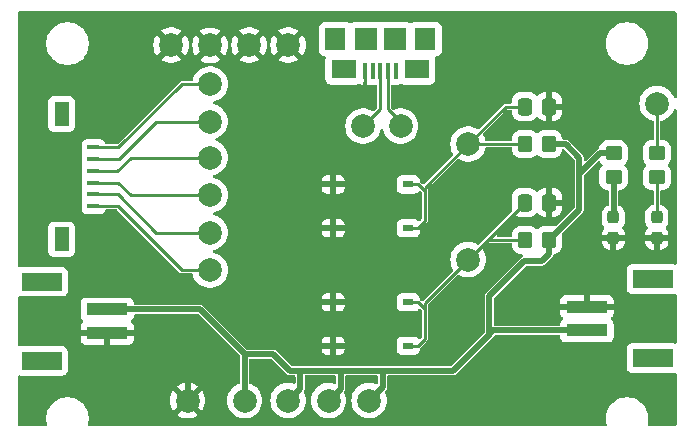
<source format=gtl>
%TF.GenerationSoftware,KiCad,Pcbnew,8.0.0*%
%TF.CreationDate,2024-03-04T00:58:34-06:00*%
%TF.ProjectId,MicrocontrollerUnitBoard,4d696372-6f63-46f6-9e74-726f6c6c6572,rev?*%
%TF.SameCoordinates,Original*%
%TF.FileFunction,Copper,L1,Top*%
%TF.FilePolarity,Positive*%
%FSLAX46Y46*%
G04 Gerber Fmt 4.6, Leading zero omitted, Abs format (unit mm)*
G04 Created by KiCad (PCBNEW 8.0.0) date 2024-03-04 00:58:34*
%MOMM*%
%LPD*%
G01*
G04 APERTURE LIST*
G04 Aperture macros list*
%AMRoundRect*
0 Rectangle with rounded corners*
0 $1 Rounding radius*
0 $2 $3 $4 $5 $6 $7 $8 $9 X,Y pos of 4 corners*
0 Add a 4 corners polygon primitive as box body*
4,1,4,$2,$3,$4,$5,$6,$7,$8,$9,$2,$3,0*
0 Add four circle primitives for the rounded corners*
1,1,$1+$1,$2,$3*
1,1,$1+$1,$4,$5*
1,1,$1+$1,$6,$7*
1,1,$1+$1,$8,$9*
0 Add four rect primitives between the rounded corners*
20,1,$1+$1,$2,$3,$4,$5,0*
20,1,$1+$1,$4,$5,$6,$7,0*
20,1,$1+$1,$6,$7,$8,$9,0*
20,1,$1+$1,$8,$9,$2,$3,0*%
G04 Aperture macros list end*
%TA.AperFunction,ComponentPad*%
%ADD10C,2.000000*%
%TD*%
%TA.AperFunction,SMDPad,CuDef*%
%ADD11RoundRect,0.237500X0.237500X-0.287500X0.237500X0.287500X-0.237500X0.287500X-0.237500X-0.287500X0*%
%TD*%
%TA.AperFunction,SMDPad,CuDef*%
%ADD12R,3.500000X1.000000*%
%TD*%
%TA.AperFunction,SMDPad,CuDef*%
%ADD13R,3.400000X1.500000*%
%TD*%
%TA.AperFunction,SMDPad,CuDef*%
%ADD14RoundRect,0.250000X0.337500X0.475000X-0.337500X0.475000X-0.337500X-0.475000X0.337500X-0.475000X0*%
%TD*%
%TA.AperFunction,SMDPad,CuDef*%
%ADD15R,1.000000X0.400000*%
%TD*%
%TA.AperFunction,SMDPad,CuDef*%
%ADD16R,1.300000X2.000000*%
%TD*%
%TA.AperFunction,SMDPad,CuDef*%
%ADD17RoundRect,0.250000X0.350000X0.450000X-0.350000X0.450000X-0.350000X-0.450000X0.350000X-0.450000X0*%
%TD*%
%TA.AperFunction,SMDPad,CuDef*%
%ADD18RoundRect,0.250000X0.450000X-0.350000X0.450000X0.350000X-0.450000X0.350000X-0.450000X-0.350000X0*%
%TD*%
%TA.AperFunction,SMDPad,CuDef*%
%ADD19R,0.950500X0.558800*%
%TD*%
%TA.AperFunction,SMDPad,CuDef*%
%ADD20R,0.400000X1.350000*%
%TD*%
%TA.AperFunction,SMDPad,CuDef*%
%ADD21R,2.100000X1.600000*%
%TD*%
%TA.AperFunction,SMDPad,CuDef*%
%ADD22R,1.800000X1.900000*%
%TD*%
%TA.AperFunction,SMDPad,CuDef*%
%ADD23R,1.900000X1.900000*%
%TD*%
%TA.AperFunction,ViaPad*%
%ADD24C,0.610000*%
%TD*%
%TA.AperFunction,Conductor*%
%ADD25C,0.508000*%
%TD*%
%TA.AperFunction,Conductor*%
%ADD26C,0.254000*%
%TD*%
G04 APERTURE END LIST*
D10*
%TO.P,GND5,1,1*%
%TO.N,GND*%
X124460000Y-84963000D03*
%TD*%
%TO.P,RST_N1,1,1*%
%TO.N,/RST_N*%
X117856000Y-88265000D03*
%TD*%
%TO.P,INT_N1,1,1*%
%TO.N,/INT_N*%
X117856000Y-91440000D03*
%TD*%
%TO.P,GND1,1,1*%
%TO.N,GND*%
X115951000Y-115062000D03*
%TD*%
%TO.P,3.3V1,1,1*%
%TO.N,+3.3V*%
X120777000Y-115062000D03*
%TD*%
%TO.P,RESET1,1,1*%
%TO.N,Net-(C2-Pad2)*%
X139700000Y-103124000D03*
%TD*%
D11*
%TO.P,TEST1,1,K*%
%TO.N,GND*%
X155679500Y-101309500D03*
%TO.P,TEST1,2,A*%
%TO.N,Net-(TEST1-A)*%
X155679500Y-99559500D03*
%TD*%
D12*
%TO.P,J2,1,1*%
%TO.N,+3.3V*%
X149771000Y-109125000D03*
%TO.P,J2,2,2*%
%TO.N,GND*%
X149771000Y-107125000D03*
D13*
%TO.P,J2,3*%
%TO.N,N/C*%
X155321000Y-111475000D03*
%TO.P,J2,4*%
X155321000Y-104775000D03*
%TD*%
D10*
%TO.P,GND3,1,1*%
%TO.N,GND*%
X117856000Y-84991000D03*
%TD*%
%TO.P,D-1,1,1*%
%TO.N,Net-(J4-D-)*%
X133985000Y-91821000D03*
%TD*%
D14*
%TO.P,C2,1*%
%TO.N,GND*%
X146579500Y-98298000D03*
%TO.P,C2,2*%
%TO.N,Net-(C2-Pad2)*%
X144504500Y-98298000D03*
%TD*%
D10*
%TO.P,MOSI1,1,1*%
%TO.N,/MOSI*%
X117856000Y-104013000D03*
%TD*%
D15*
%TO.P,J3,1,1*%
%TO.N,/RST_N*%
X107982999Y-93604995D03*
%TO.P,J3,2,2*%
%TO.N,/INT_N*%
X107982999Y-94604995D03*
%TO.P,J3,3,3*%
%TO.N,/CS_N*%
X107982999Y-95604996D03*
%TO.P,J3,4,4*%
%TO.N,/SCLK*%
X107982999Y-96604994D03*
%TO.P,J3,5,5*%
%TO.N,/MISO*%
X107982999Y-97604995D03*
%TO.P,J3,6,6*%
%TO.N,/MOSI*%
X107982999Y-98604995D03*
D16*
%TO.P,J3,P1,P1*%
%TO.N,unconnected-(J3-PadP1)*%
X105283000Y-90805000D03*
%TO.P,J3,P2,P2*%
%TO.N,unconnected-(J3-PadP2)*%
X105283000Y-101404990D03*
%TD*%
D17*
%TO.P,R1,1*%
%TO.N,+3.3V*%
X146542000Y-93345000D03*
%TO.P,R1,2*%
%TO.N,Net-(BOOT1-Pad1)*%
X144542000Y-93345000D03*
%TD*%
D10*
%TO.P,3.3V2,1,1*%
%TO.N,+3.3V*%
X124460000Y-115062000D03*
%TD*%
%TO.P,CS_N1,1,1*%
%TO.N,/CS_N*%
X117856000Y-94488000D03*
%TD*%
%TO.P,LEDTEST1,1,1*%
%TO.N,Net-(LEDTEST1-Pad1)*%
X155702000Y-89916000D03*
%TD*%
D18*
%TO.P,R3,1*%
%TO.N,Net-(POWER1-A)*%
X152019000Y-96123000D03*
%TO.P,R3,2*%
%TO.N,+3.3V*%
X152019000Y-94123000D03*
%TD*%
D10*
%TO.P,SCLK1,1,1*%
%TO.N,/SCLK*%
X117856000Y-97663000D03*
%TD*%
D19*
%TO.P,SW2,1,1*%
%TO.N,GND*%
X128270000Y-106735001D03*
%TO.P,SW2,2,2*%
X128270000Y-110434999D03*
%TO.P,SW2,3,3*%
%TO.N,Net-(C2-Pad2)*%
X134630698Y-110434999D03*
%TO.P,SW2,4,4*%
X134630698Y-106735001D03*
%TD*%
D17*
%TO.P,R2,1*%
%TO.N,+3.3V*%
X146542000Y-101473000D03*
%TO.P,R2,2*%
%TO.N,Net-(C2-Pad2)*%
X144542000Y-101473000D03*
%TD*%
D12*
%TO.P,J1,1,1*%
%TO.N,+3.3V*%
X109144000Y-107341000D03*
%TO.P,J1,2,2*%
%TO.N,GND*%
X109144000Y-109341000D03*
D13*
%TO.P,J1,3*%
%TO.N,N/C*%
X103594000Y-104991000D03*
%TO.P,J1,4*%
X103594000Y-111691000D03*
%TD*%
D10*
%TO.P,3.3V4,1,1*%
%TO.N,+3.3V*%
X131318000Y-115062000D03*
%TD*%
%TO.P,D+1,1,1*%
%TO.N,Net-(J4-D+)*%
X130810000Y-91821000D03*
%TD*%
D18*
%TO.P,R4,1*%
%TO.N,Net-(TEST1-A)*%
X155702000Y-96123000D03*
%TO.P,R4,2*%
%TO.N,Net-(LEDTEST1-Pad1)*%
X155702000Y-94123000D03*
%TD*%
D10*
%TO.P,GND2,1,1*%
%TO.N,GND*%
X114554000Y-84963000D03*
%TD*%
%TO.P,GND4,1,1*%
%TO.N,GND*%
X121158000Y-84963000D03*
%TD*%
D20*
%TO.P,J4,1,VUSB*%
%TO.N,unconnected-(J4-VUSB-Pad1)*%
X133577000Y-87130000D03*
%TO.P,J4,2,D-*%
%TO.N,Net-(J4-D-)*%
X132927000Y-87130000D03*
%TO.P,J4,3,D+*%
%TO.N,Net-(J4-D+)*%
X132277000Y-87130000D03*
%TO.P,J4,4,ID*%
%TO.N,unconnected-(J4-ID-Pad4)*%
X131627000Y-87130000D03*
%TO.P,J4,5,GND*%
%TO.N,GND*%
X130977000Y-87130000D03*
D21*
%TO.P,J4,SH1,SHIELD*%
%TO.N,unconnected-(J4-SHIELD-PadSH1)*%
X135377000Y-87005000D03*
%TO.P,J4,SH2,SHIELD__1*%
%TO.N,unconnected-(J4-SHIELD__1-PadSH2)*%
X129177000Y-87005000D03*
D22*
%TO.P,J4,SH3,SHIELD__2*%
%TO.N,unconnected-(J4-SHIELD__2-PadSH3)*%
X136077000Y-84455000D03*
D23*
%TO.P,J4,SH4,SHIELD__3*%
%TO.N,unconnected-(J4-SHIELD__3-PadSH4)*%
X133477000Y-84455000D03*
%TO.P,J4,SH5,SHIELD__4*%
%TO.N,unconnected-(J4-SHIELD__4-PadSH5)*%
X131077000Y-84455000D03*
D22*
%TO.P,J4,SH6,SHIELD__5*%
%TO.N,unconnected-(J4-SHIELD__5-PadSH6)*%
X128477000Y-84455000D03*
%TD*%
D10*
%TO.P,BOOT1,1,1*%
%TO.N,Net-(BOOT1-Pad1)*%
X139700000Y-93345000D03*
%TD*%
D14*
%TO.P,C1,1*%
%TO.N,GND*%
X146579500Y-90170000D03*
%TO.P,C1,2*%
%TO.N,Net-(BOOT1-Pad1)*%
X144504500Y-90170000D03*
%TD*%
D10*
%TO.P,MISO1,1,1*%
%TO.N,/MISO*%
X117856000Y-100838000D03*
%TD*%
D19*
%TO.P,SW1,1,1*%
%TO.N,GND*%
X128270000Y-96757002D03*
%TO.P,SW1,2,2*%
X128270000Y-100457000D03*
%TO.P,SW1,3,3*%
%TO.N,Net-(BOOT1-Pad1)*%
X134630698Y-100457000D03*
%TO.P,SW1,4,4*%
X134630698Y-96757002D03*
%TD*%
D10*
%TO.P,3.3V3,1,1*%
%TO.N,+3.3V*%
X127889000Y-115062000D03*
%TD*%
D11*
%TO.P,POWER1,1,K*%
%TO.N,GND*%
X151996500Y-101309500D03*
%TO.P,POWER1,2,A*%
%TO.N,Net-(POWER1-A)*%
X151996500Y-99559500D03*
%TD*%
D24*
%TO.N,GND*%
X142367000Y-110363000D03*
X110998000Y-89662000D03*
X127889000Y-90170000D03*
X146558000Y-86995000D03*
X140335000Y-98298000D03*
X121928592Y-107501549D03*
%TD*%
D25*
%TO.N,+3.3V*%
X123190000Y-111125000D02*
X124587000Y-112522000D01*
X128905000Y-114046000D02*
X127889000Y-115062000D01*
X128905000Y-112522000D02*
X132461000Y-112522000D01*
X132461000Y-113919000D02*
X131318000Y-115062000D01*
X125476000Y-112522000D02*
X125476000Y-114046000D01*
X149098000Y-94488000D02*
X147955000Y-93345000D01*
X150876000Y-94123000D02*
X152019000Y-94123000D01*
X132461000Y-112522000D02*
X132461000Y-113919000D01*
X116993000Y-107341000D02*
X120777000Y-111125000D01*
X120777000Y-111125000D02*
X123190000Y-111125000D01*
X132461000Y-112522000D02*
X138430000Y-112522000D01*
X149771000Y-109125000D02*
X141827000Y-109125000D01*
X141478000Y-109474000D02*
X141478000Y-106236296D01*
X145923000Y-103251000D02*
X146542000Y-102632000D01*
X149098000Y-98917000D02*
X149098000Y-95901000D01*
X147955000Y-93345000D02*
X146542000Y-93345000D01*
X141478000Y-106236296D02*
X144463296Y-103251000D01*
X125476000Y-112522000D02*
X128905000Y-112522000D01*
X141827000Y-109125000D02*
X141478000Y-109474000D01*
X146542000Y-101473000D02*
X149098000Y-98917000D01*
X138430000Y-112522000D02*
X141478000Y-109474000D01*
X128905000Y-112522000D02*
X128905000Y-114046000D01*
X124968000Y-112522000D02*
X125476000Y-112522000D01*
X144463296Y-103251000D02*
X145923000Y-103251000D01*
X120777000Y-111125000D02*
X120777000Y-114935000D01*
X141478000Y-109474000D02*
X141669000Y-109283000D01*
X146542000Y-102632000D02*
X146542000Y-101473000D01*
X149098000Y-95901000D02*
X150876000Y-94123000D01*
X109144000Y-107341000D02*
X116993000Y-107341000D01*
X124587000Y-112522000D02*
X124968000Y-112522000D01*
X125476000Y-114046000D02*
X124460000Y-115062000D01*
X149098000Y-95901000D02*
X149098000Y-94488000D01*
D26*
%TO.N,Net-(BOOT1-Pad1)*%
X134630698Y-96715602D02*
X135450602Y-96715602D01*
X136017000Y-97028000D02*
X139700000Y-93345000D01*
X142875000Y-90170000D02*
X144504500Y-90170000D01*
X135450602Y-96715602D02*
X136017000Y-97282000D01*
X139700000Y-93345000D02*
X144542000Y-93345000D01*
X135423400Y-100415600D02*
X134630698Y-100415600D01*
X136017000Y-99822000D02*
X135423400Y-100415600D01*
X136017000Y-97282000D02*
X136017000Y-97028000D01*
X139700000Y-93345000D02*
X142875000Y-90170000D01*
X136017000Y-97282000D02*
X136017000Y-99822000D01*
D25*
%TO.N,GND*%
X115951000Y-112522000D02*
X115951000Y-115062000D01*
D26*
X129413000Y-90170000D02*
X130977000Y-88606000D01*
D25*
X109144000Y-109341000D02*
X112770000Y-109341000D01*
X112770000Y-109341000D02*
X115951000Y-112522000D01*
D26*
X130977000Y-88606000D02*
X130977000Y-87130000D01*
X127889000Y-90170000D02*
X129413000Y-90170000D01*
%TO.N,Net-(C2-Pad2)*%
X141351000Y-101473000D02*
X141224000Y-101600000D01*
X136017000Y-106807000D02*
X139700000Y-103124000D01*
X136017000Y-107301399D02*
X136017000Y-107442000D01*
X136017000Y-107442000D02*
X136017000Y-106807000D01*
X141287500Y-101515000D02*
X144504500Y-98298000D01*
X144542000Y-101473000D02*
X141351000Y-101473000D01*
X136017000Y-107442000D02*
X136017000Y-109841399D01*
X136017000Y-109841399D02*
X135423400Y-110434999D01*
X141224000Y-101600000D02*
X141287500Y-101536500D01*
X134630698Y-106735001D02*
X135450602Y-106735001D01*
X135450602Y-106735001D02*
X136017000Y-107301399D01*
X135423400Y-110434999D02*
X134630698Y-110434999D01*
X141287500Y-101536500D02*
X141287500Y-101515000D01*
X141224000Y-101600000D02*
X139700000Y-103124000D01*
%TO.N,/CS_N*%
X111125000Y-94488000D02*
X110008004Y-95604996D01*
X117856000Y-94488000D02*
X111125000Y-94488000D01*
X110008004Y-95604996D02*
X107982999Y-95604996D01*
%TO.N,Net-(J4-D+)*%
X132277000Y-90354000D02*
X132277000Y-87130000D01*
X130810000Y-91821000D02*
X132277000Y-90354000D01*
%TO.N,Net-(J4-D-)*%
X133985000Y-91821000D02*
X133985000Y-91440000D01*
X132927000Y-90382000D02*
X132927000Y-87130000D01*
X133985000Y-91440000D02*
X132927000Y-90382000D01*
%TO.N,/INT_N*%
X108293004Y-94615000D02*
X110109000Y-94615000D01*
X107982999Y-94604995D02*
X108282999Y-94604995D01*
X113284000Y-91440000D02*
X117856000Y-91440000D01*
X108282999Y-94604995D02*
X108293004Y-94615000D01*
X110109000Y-94615000D02*
X113284000Y-91440000D01*
%TO.N,/MISO*%
X110050995Y-97604995D02*
X107982999Y-97604995D01*
X113284000Y-100838000D02*
X110050995Y-97604995D01*
X117856000Y-100838000D02*
X113284000Y-100838000D01*
%TO.N,/MOSI*%
X115443000Y-104013000D02*
X110034995Y-98604995D01*
X117856000Y-104013000D02*
X115443000Y-104013000D01*
X110034995Y-98604995D02*
X107982999Y-98604995D01*
%TO.N,/RST_N*%
X115443000Y-88265000D02*
X117856000Y-88265000D01*
X107982999Y-93604995D02*
X110103005Y-93604995D01*
X110103005Y-93604995D02*
X115443000Y-88265000D01*
%TO.N,/SCLK*%
X107982999Y-96604994D02*
X110066994Y-96604994D01*
X111125000Y-97663000D02*
X117856000Y-97663000D01*
X110066994Y-96604994D02*
X111125000Y-97663000D01*
%TO.N,Net-(LEDTEST1-Pad1)*%
X155702000Y-94123000D02*
X155702000Y-89916000D01*
%TO.N,Net-(POWER1-A)*%
X152019000Y-99537000D02*
X151996500Y-99559500D01*
D25*
X152019000Y-96123000D02*
X152019000Y-99537000D01*
D26*
%TO.N,Net-(TEST1-A)*%
X155702000Y-99537000D02*
X155679500Y-99559500D01*
X155702000Y-96123000D02*
X155702000Y-99537000D01*
%TD*%
%TA.AperFunction,Conductor*%
%TO.N,GND*%
G36*
X157296039Y-82129685D02*
G01*
X157341794Y-82182489D01*
X157353000Y-82234000D01*
X157353000Y-89353099D01*
X157333315Y-89420138D01*
X157280511Y-89465893D01*
X157211353Y-89475837D01*
X157147797Y-89446812D01*
X157115444Y-89402909D01*
X157026173Y-89199393D01*
X156890166Y-88991217D01*
X156868557Y-88967744D01*
X156721744Y-88808262D01*
X156525509Y-88655526D01*
X156525507Y-88655525D01*
X156525506Y-88655524D01*
X156306811Y-88537172D01*
X156306802Y-88537169D01*
X156071616Y-88456429D01*
X155826335Y-88415500D01*
X155577665Y-88415500D01*
X155332383Y-88456429D01*
X155097197Y-88537169D01*
X155097188Y-88537172D01*
X154878493Y-88655524D01*
X154682257Y-88808261D01*
X154513833Y-88991217D01*
X154377826Y-89199393D01*
X154277936Y-89427118D01*
X154216892Y-89668175D01*
X154216890Y-89668187D01*
X154196357Y-89915994D01*
X154196357Y-89916005D01*
X154216890Y-90163812D01*
X154216892Y-90163824D01*
X154277936Y-90404881D01*
X154377826Y-90632606D01*
X154513833Y-90840782D01*
X154513836Y-90840785D01*
X154682256Y-91023738D01*
X154878491Y-91176474D01*
X155097190Y-91294828D01*
X155199095Y-91329812D01*
X155332382Y-91375570D01*
X155332384Y-91375570D01*
X155332386Y-91375571D01*
X155343903Y-91377492D01*
X155406789Y-91407939D01*
X155443233Y-91467551D01*
X155447500Y-91499802D01*
X155447500Y-92898500D01*
X155427815Y-92965539D01*
X155375011Y-93011294D01*
X155323501Y-93022500D01*
X155201999Y-93022500D01*
X155201980Y-93022501D01*
X155099203Y-93033000D01*
X155099200Y-93033001D01*
X154932668Y-93088185D01*
X154932663Y-93088187D01*
X154783342Y-93180289D01*
X154659289Y-93304342D01*
X154567187Y-93453663D01*
X154567186Y-93453666D01*
X154512001Y-93620203D01*
X154512001Y-93620204D01*
X154512000Y-93620204D01*
X154501500Y-93722983D01*
X154501500Y-94523001D01*
X154501501Y-94523019D01*
X154512000Y-94625796D01*
X154512001Y-94625799D01*
X154567185Y-94792331D01*
X154567187Y-94792336D01*
X154582938Y-94817873D01*
X154630037Y-94894233D01*
X154659289Y-94941657D01*
X154752951Y-95035319D01*
X154786436Y-95096642D01*
X154781452Y-95166334D01*
X154752951Y-95210681D01*
X154659289Y-95304342D01*
X154567187Y-95453663D01*
X154567186Y-95453666D01*
X154512001Y-95620203D01*
X154512001Y-95620204D01*
X154512000Y-95620204D01*
X154501500Y-95722983D01*
X154501500Y-96523001D01*
X154501501Y-96523019D01*
X154512000Y-96625796D01*
X154512001Y-96625799D01*
X154549253Y-96738217D01*
X154567186Y-96792334D01*
X154659288Y-96941656D01*
X154783344Y-97065712D01*
X154932666Y-97157814D01*
X155099203Y-97212999D01*
X155201991Y-97223500D01*
X155323500Y-97223499D01*
X155390539Y-97243183D01*
X155436294Y-97295987D01*
X155447500Y-97347499D01*
X155447500Y-98416437D01*
X155427815Y-98483476D01*
X155375011Y-98529231D01*
X155336102Y-98539795D01*
X155291746Y-98544326D01*
X155127984Y-98598592D01*
X155127981Y-98598593D01*
X154981148Y-98689161D01*
X154859161Y-98811148D01*
X154768593Y-98957981D01*
X154768592Y-98957984D01*
X154714326Y-99121747D01*
X154714326Y-99121748D01*
X154714325Y-99121748D01*
X154704000Y-99222815D01*
X154704000Y-99896169D01*
X154704001Y-99896187D01*
X154714325Y-99997252D01*
X154738471Y-100070117D01*
X154758226Y-100129735D01*
X154768592Y-100161015D01*
X154768593Y-100161018D01*
X154796955Y-100207000D01*
X154853799Y-100299159D01*
X154859161Y-100307851D01*
X154898482Y-100347172D01*
X154931967Y-100408495D01*
X154926983Y-100478187D01*
X154898483Y-100522533D01*
X154859555Y-100561461D01*
X154859552Y-100561465D01*
X154769051Y-100708188D01*
X154769046Y-100708199D01*
X154714819Y-100871847D01*
X154704500Y-100972845D01*
X154704500Y-101059500D01*
X156654499Y-101059500D01*
X156654499Y-100972860D01*
X156654498Y-100972845D01*
X156644180Y-100871847D01*
X156589953Y-100708199D01*
X156589948Y-100708188D01*
X156499447Y-100561465D01*
X156499444Y-100561461D01*
X156460517Y-100522534D01*
X156427032Y-100461211D01*
X156432016Y-100391519D01*
X156460516Y-100347173D01*
X156499840Y-100307850D01*
X156590408Y-100161016D01*
X156644674Y-99997253D01*
X156655000Y-99896177D01*
X156654999Y-99222824D01*
X156654532Y-99218256D01*
X156644674Y-99121747D01*
X156625622Y-99064252D01*
X156590408Y-98957984D01*
X156499840Y-98811150D01*
X156377850Y-98689160D01*
X156231016Y-98598592D01*
X156067253Y-98544326D01*
X156067249Y-98544325D01*
X156060629Y-98542908D01*
X156060920Y-98541547D01*
X156003193Y-98517984D01*
X155963049Y-98460798D01*
X155956500Y-98421033D01*
X155956500Y-97347499D01*
X155976185Y-97280460D01*
X156028989Y-97234705D01*
X156080500Y-97223499D01*
X156202002Y-97223499D01*
X156202008Y-97223499D01*
X156304797Y-97212999D01*
X156471334Y-97157814D01*
X156620656Y-97065712D01*
X156744712Y-96941656D01*
X156836814Y-96792334D01*
X156891999Y-96625797D01*
X156902500Y-96523009D01*
X156902499Y-95722992D01*
X156891999Y-95620203D01*
X156836814Y-95453666D01*
X156744712Y-95304344D01*
X156651049Y-95210681D01*
X156617564Y-95149358D01*
X156622548Y-95079666D01*
X156651049Y-95035319D01*
X156675221Y-95011147D01*
X156744712Y-94941656D01*
X156836814Y-94792334D01*
X156891999Y-94625797D01*
X156902500Y-94523009D01*
X156902499Y-93722992D01*
X156899441Y-93693060D01*
X156891999Y-93620203D01*
X156891998Y-93620200D01*
X156882925Y-93592821D01*
X156836814Y-93453666D01*
X156744712Y-93304344D01*
X156620656Y-93180288D01*
X156471334Y-93088186D01*
X156304797Y-93033001D01*
X156304795Y-93033000D01*
X156202016Y-93022500D01*
X156202009Y-93022500D01*
X156080500Y-93022500D01*
X156013461Y-93002815D01*
X155967706Y-92950011D01*
X155956500Y-92898500D01*
X155956500Y-91499802D01*
X155976185Y-91432763D01*
X156028989Y-91387008D01*
X156060093Y-91377493D01*
X156071614Y-91375571D01*
X156306810Y-91294828D01*
X156525509Y-91176474D01*
X156721744Y-91023738D01*
X156890164Y-90840785D01*
X157026173Y-90632607D01*
X157115444Y-90429090D01*
X157160400Y-90375604D01*
X157227136Y-90354914D01*
X157294464Y-90373589D01*
X157341007Y-90425699D01*
X157353000Y-90478900D01*
X157353000Y-103436054D01*
X157333315Y-103503093D01*
X157280511Y-103548848D01*
X157211353Y-103558792D01*
X157185669Y-103552237D01*
X157128481Y-103530908D01*
X157128483Y-103530908D01*
X157068883Y-103524501D01*
X157068881Y-103524500D01*
X157068873Y-103524500D01*
X157068864Y-103524500D01*
X153573129Y-103524500D01*
X153573123Y-103524501D01*
X153513516Y-103530908D01*
X153378671Y-103581202D01*
X153378664Y-103581206D01*
X153263455Y-103667452D01*
X153263452Y-103667455D01*
X153177206Y-103782664D01*
X153177202Y-103782671D01*
X153126908Y-103917517D01*
X153120501Y-103977116D01*
X153120500Y-103977135D01*
X153120500Y-105572870D01*
X153120501Y-105572876D01*
X153126908Y-105632483D01*
X153177202Y-105767328D01*
X153177206Y-105767335D01*
X153263452Y-105882544D01*
X153263455Y-105882547D01*
X153378664Y-105968793D01*
X153378671Y-105968797D01*
X153513517Y-106019091D01*
X153513516Y-106019091D01*
X153520444Y-106019835D01*
X153573127Y-106025500D01*
X157068872Y-106025499D01*
X157128483Y-106019091D01*
X157146825Y-106012250D01*
X157185667Y-105997763D01*
X157255359Y-105992779D01*
X157316682Y-106026264D01*
X157350166Y-106087587D01*
X157353000Y-106113945D01*
X157353000Y-110136054D01*
X157333315Y-110203093D01*
X157280511Y-110248848D01*
X157211353Y-110258792D01*
X157185669Y-110252237D01*
X157128481Y-110230908D01*
X157128483Y-110230908D01*
X157068883Y-110224501D01*
X157068881Y-110224500D01*
X157068873Y-110224500D01*
X157068864Y-110224500D01*
X153573129Y-110224500D01*
X153573123Y-110224501D01*
X153513516Y-110230908D01*
X153378671Y-110281202D01*
X153378664Y-110281206D01*
X153263455Y-110367452D01*
X153263452Y-110367455D01*
X153177206Y-110482664D01*
X153177202Y-110482671D01*
X153126908Y-110617517D01*
X153120501Y-110677116D01*
X153120500Y-110677135D01*
X153120500Y-112272870D01*
X153120501Y-112272876D01*
X153126908Y-112332483D01*
X153177202Y-112467328D01*
X153177206Y-112467335D01*
X153263452Y-112582544D01*
X153263455Y-112582547D01*
X153378664Y-112668793D01*
X153378671Y-112668797D01*
X153513517Y-112719091D01*
X153513516Y-112719091D01*
X153520444Y-112719835D01*
X153573127Y-112725500D01*
X157068872Y-112725499D01*
X157128483Y-112719091D01*
X157185667Y-112697763D01*
X157255359Y-112692779D01*
X157316682Y-112726264D01*
X157350166Y-112787587D01*
X157353000Y-112813945D01*
X157353000Y-117097000D01*
X157333315Y-117164039D01*
X157280511Y-117209794D01*
X157229000Y-117221000D01*
X155017467Y-117221000D01*
X154950428Y-117201315D01*
X154904673Y-117148511D01*
X154894729Y-117079353D01*
X154897692Y-117064907D01*
X154931693Y-116938014D01*
X154962500Y-116704011D01*
X154962500Y-116467989D01*
X154931693Y-116233986D01*
X154870606Y-116006007D01*
X154780284Y-115787951D01*
X154780282Y-115787948D01*
X154780280Y-115787943D01*
X154738118Y-115714918D01*
X154662273Y-115583550D01*
X154518592Y-115396301D01*
X154518587Y-115396295D01*
X154351704Y-115229412D01*
X154351697Y-115229406D01*
X154164454Y-115085730D01*
X154164453Y-115085729D01*
X154164450Y-115085727D01*
X154082957Y-115038677D01*
X153960056Y-114967719D01*
X153960045Y-114967714D01*
X153741993Y-114877394D01*
X153514010Y-114816306D01*
X153280020Y-114785501D01*
X153280017Y-114785500D01*
X153280011Y-114785500D01*
X153043989Y-114785500D01*
X153043983Y-114785500D01*
X153043979Y-114785501D01*
X152809989Y-114816306D01*
X152582006Y-114877394D01*
X152363954Y-114967714D01*
X152363943Y-114967719D01*
X152159545Y-115085730D01*
X151972302Y-115229406D01*
X151972295Y-115229412D01*
X151805412Y-115396295D01*
X151805406Y-115396302D01*
X151661730Y-115583545D01*
X151543719Y-115787943D01*
X151543714Y-115787954D01*
X151453394Y-116006006D01*
X151392306Y-116233989D01*
X151361501Y-116467979D01*
X151361500Y-116467995D01*
X151361500Y-116704004D01*
X151361501Y-116704020D01*
X151392306Y-116938012D01*
X151426308Y-117064907D01*
X151424645Y-117134757D01*
X151385482Y-117192619D01*
X151321254Y-117220123D01*
X151306533Y-117221000D01*
X107646467Y-117221000D01*
X107579428Y-117201315D01*
X107533673Y-117148511D01*
X107523729Y-117079353D01*
X107526692Y-117064907D01*
X107560693Y-116938014D01*
X107591500Y-116704011D01*
X107591500Y-116467989D01*
X107560693Y-116233986D01*
X107499606Y-116006007D01*
X107409284Y-115787951D01*
X107409282Y-115787948D01*
X107409280Y-115787943D01*
X107367118Y-115714918D01*
X107291273Y-115583550D01*
X107147592Y-115396301D01*
X107147587Y-115396295D01*
X106980704Y-115229412D01*
X106980697Y-115229406D01*
X106793454Y-115085730D01*
X106793453Y-115085729D01*
X106793450Y-115085727D01*
X106752362Y-115062005D01*
X114445859Y-115062005D01*
X114466385Y-115309729D01*
X114466387Y-115309738D01*
X114527412Y-115550717D01*
X114627266Y-115778364D01*
X114727564Y-115931882D01*
X115468037Y-115191409D01*
X115485075Y-115254993D01*
X115550901Y-115369007D01*
X115643993Y-115462099D01*
X115758007Y-115527925D01*
X115821590Y-115544962D01*
X115080942Y-116285609D01*
X115127768Y-116322055D01*
X115127770Y-116322056D01*
X115346385Y-116440364D01*
X115346396Y-116440369D01*
X115581506Y-116521083D01*
X115826707Y-116562000D01*
X116075293Y-116562000D01*
X116320493Y-116521083D01*
X116555603Y-116440369D01*
X116555614Y-116440364D01*
X116774228Y-116322057D01*
X116774231Y-116322055D01*
X116821056Y-116285609D01*
X116080409Y-115544962D01*
X116143993Y-115527925D01*
X116258007Y-115462099D01*
X116351099Y-115369007D01*
X116416925Y-115254993D01*
X116433962Y-115191410D01*
X117174434Y-115931882D01*
X117274731Y-115778369D01*
X117374587Y-115550717D01*
X117435612Y-115309738D01*
X117435614Y-115309729D01*
X117456141Y-115062005D01*
X117456141Y-115061994D01*
X117435614Y-114814270D01*
X117435612Y-114814261D01*
X117374587Y-114573282D01*
X117274731Y-114345630D01*
X117174434Y-114192116D01*
X116433962Y-114932589D01*
X116416925Y-114869007D01*
X116351099Y-114754993D01*
X116258007Y-114661901D01*
X116143993Y-114596075D01*
X116080410Y-114579037D01*
X116821057Y-113838390D01*
X116821056Y-113838389D01*
X116774229Y-113801943D01*
X116555614Y-113683635D01*
X116555603Y-113683630D01*
X116320493Y-113602916D01*
X116075293Y-113562000D01*
X115826707Y-113562000D01*
X115581506Y-113602916D01*
X115346396Y-113683630D01*
X115346390Y-113683632D01*
X115127761Y-113801949D01*
X115080942Y-113838388D01*
X115080942Y-113838390D01*
X115821590Y-114579037D01*
X115758007Y-114596075D01*
X115643993Y-114661901D01*
X115550901Y-114754993D01*
X115485075Y-114869007D01*
X115468037Y-114932589D01*
X114727564Y-114192116D01*
X114627267Y-114345632D01*
X114527412Y-114573282D01*
X114466387Y-114814261D01*
X114466385Y-114814270D01*
X114445859Y-115061994D01*
X114445859Y-115062005D01*
X106752362Y-115062005D01*
X106711957Y-115038677D01*
X106589056Y-114967719D01*
X106589045Y-114967714D01*
X106370993Y-114877394D01*
X106143010Y-114816306D01*
X105909020Y-114785501D01*
X105909017Y-114785500D01*
X105909011Y-114785500D01*
X105672989Y-114785500D01*
X105672983Y-114785500D01*
X105672979Y-114785501D01*
X105438989Y-114816306D01*
X105211006Y-114877394D01*
X104992954Y-114967714D01*
X104992943Y-114967719D01*
X104788545Y-115085730D01*
X104601302Y-115229406D01*
X104601295Y-115229412D01*
X104434412Y-115396295D01*
X104434406Y-115396302D01*
X104290730Y-115583545D01*
X104172719Y-115787943D01*
X104172714Y-115787954D01*
X104082394Y-116006006D01*
X104021306Y-116233989D01*
X103990501Y-116467979D01*
X103990500Y-116467995D01*
X103990500Y-116704004D01*
X103990501Y-116704020D01*
X104021306Y-116938012D01*
X104055308Y-117064907D01*
X104053645Y-117134757D01*
X104014482Y-117192619D01*
X103950254Y-117220123D01*
X103935533Y-117221000D01*
X101724000Y-117221000D01*
X101656961Y-117201315D01*
X101611206Y-117148511D01*
X101600000Y-117097000D01*
X101600000Y-113044118D01*
X101619685Y-112977079D01*
X101672489Y-112931324D01*
X101741647Y-112921380D01*
X101767333Y-112927936D01*
X101786517Y-112935091D01*
X101786516Y-112935091D01*
X101793444Y-112935835D01*
X101846127Y-112941500D01*
X105341872Y-112941499D01*
X105401483Y-112935091D01*
X105536331Y-112884796D01*
X105651546Y-112798546D01*
X105737796Y-112683331D01*
X105788091Y-112548483D01*
X105794500Y-112488873D01*
X105794499Y-110893128D01*
X105788091Y-110833517D01*
X105783751Y-110821882D01*
X105737797Y-110698671D01*
X105737793Y-110698664D01*
X105651547Y-110583455D01*
X105651544Y-110583452D01*
X105536335Y-110497206D01*
X105536328Y-110497202D01*
X105401482Y-110446908D01*
X105401483Y-110446908D01*
X105341883Y-110440501D01*
X105341881Y-110440500D01*
X105341873Y-110440500D01*
X105341864Y-110440500D01*
X101846129Y-110440500D01*
X101846123Y-110440501D01*
X101786513Y-110446909D01*
X101767329Y-110454064D01*
X101697638Y-110459046D01*
X101636316Y-110425559D01*
X101602833Y-110364235D01*
X101600000Y-110337881D01*
X101600000Y-109591000D01*
X106894000Y-109591000D01*
X106894000Y-109888844D01*
X106900401Y-109948372D01*
X106900403Y-109948379D01*
X106950645Y-110083086D01*
X106950649Y-110083093D01*
X107036809Y-110198187D01*
X107036812Y-110198190D01*
X107151906Y-110284350D01*
X107151913Y-110284354D01*
X107286620Y-110334596D01*
X107286627Y-110334598D01*
X107346155Y-110340999D01*
X107346172Y-110341000D01*
X108894000Y-110341000D01*
X108894000Y-109591000D01*
X109394000Y-109591000D01*
X109394000Y-110341000D01*
X110941828Y-110341000D01*
X110941844Y-110340999D01*
X111001372Y-110334598D01*
X111001379Y-110334596D01*
X111136086Y-110284354D01*
X111136093Y-110284350D01*
X111251187Y-110198190D01*
X111251190Y-110198187D01*
X111337350Y-110083093D01*
X111337354Y-110083086D01*
X111387596Y-109948379D01*
X111387598Y-109948372D01*
X111393999Y-109888844D01*
X111394000Y-109888827D01*
X111394000Y-109591000D01*
X109394000Y-109591000D01*
X108894000Y-109591000D01*
X106894000Y-109591000D01*
X101600000Y-109591000D01*
X101600000Y-107888870D01*
X106893500Y-107888870D01*
X106893501Y-107888876D01*
X106899908Y-107948483D01*
X106950202Y-108083328D01*
X106950206Y-108083335D01*
X107036452Y-108198544D01*
X107036453Y-108198544D01*
X107036454Y-108198546D01*
X107054919Y-108212369D01*
X107094562Y-108242046D01*
X107136432Y-108297980D01*
X107141416Y-108367672D01*
X107107930Y-108428994D01*
X107094562Y-108440578D01*
X107036809Y-108483812D01*
X106950649Y-108598906D01*
X106950645Y-108598913D01*
X106900403Y-108733620D01*
X106900401Y-108733627D01*
X106894000Y-108793155D01*
X106894000Y-109091000D01*
X111394000Y-109091000D01*
X111394000Y-108793172D01*
X111393999Y-108793155D01*
X111387598Y-108733627D01*
X111387596Y-108733620D01*
X111337354Y-108598913D01*
X111337350Y-108598906D01*
X111251190Y-108483812D01*
X111251187Y-108483809D01*
X111193438Y-108440578D01*
X111151567Y-108384645D01*
X111146583Y-108314953D01*
X111180069Y-108253630D01*
X111193432Y-108242049D01*
X111251546Y-108198546D01*
X111337796Y-108083331D01*
X111388091Y-107948483D01*
X111394500Y-107888873D01*
X111394500Y-107846500D01*
X111414185Y-107779461D01*
X111466989Y-107733706D01*
X111518500Y-107722500D01*
X116783615Y-107722500D01*
X116850654Y-107742185D01*
X116871296Y-107758819D01*
X120359181Y-111246704D01*
X120392666Y-111308027D01*
X120395500Y-111334385D01*
X120395500Y-113517975D01*
X120375815Y-113585014D01*
X120323011Y-113630769D01*
X120311763Y-113635256D01*
X120172197Y-113683169D01*
X120172188Y-113683172D01*
X119953493Y-113801524D01*
X119757257Y-113954261D01*
X119588833Y-114137217D01*
X119452826Y-114345393D01*
X119352936Y-114573118D01*
X119291892Y-114814175D01*
X119291890Y-114814187D01*
X119271357Y-115061994D01*
X119271357Y-115062005D01*
X119291890Y-115309812D01*
X119291892Y-115309824D01*
X119352936Y-115550881D01*
X119452826Y-115778606D01*
X119588833Y-115986782D01*
X119588836Y-115986785D01*
X119757256Y-116169738D01*
X119953491Y-116322474D01*
X119953493Y-116322475D01*
X120171332Y-116440364D01*
X120172190Y-116440828D01*
X120251325Y-116467995D01*
X120405964Y-116521083D01*
X120407386Y-116521571D01*
X120652665Y-116562500D01*
X120901335Y-116562500D01*
X121146614Y-116521571D01*
X121381810Y-116440828D01*
X121600509Y-116322474D01*
X121796744Y-116169738D01*
X121965164Y-115986785D01*
X122101173Y-115778607D01*
X122201063Y-115550881D01*
X122262108Y-115309821D01*
X122268771Y-115229412D01*
X122282643Y-115062005D01*
X122282643Y-115061994D01*
X122262109Y-114814187D01*
X122262107Y-114814175D01*
X122201063Y-114573118D01*
X122101173Y-114345393D01*
X121965166Y-114137217D01*
X121927427Y-114096222D01*
X121796744Y-113954262D01*
X121600509Y-113801526D01*
X121600507Y-113801525D01*
X121600506Y-113801524D01*
X121381811Y-113683172D01*
X121381802Y-113683169D01*
X121242237Y-113635256D01*
X121185222Y-113594871D01*
X121159091Y-113530071D01*
X121158500Y-113517975D01*
X121158500Y-111630500D01*
X121178185Y-111563461D01*
X121230989Y-111517706D01*
X121282500Y-111506500D01*
X122980615Y-111506500D01*
X123047654Y-111526185D01*
X123068296Y-111542819D01*
X124277383Y-112751905D01*
X124277393Y-112751916D01*
X124352754Y-112827277D01*
X124396249Y-112852388D01*
X124439746Y-112877501D01*
X124536775Y-112903500D01*
X124917775Y-112903500D01*
X124970500Y-112903500D01*
X125037539Y-112923185D01*
X125083294Y-112975989D01*
X125094500Y-113027500D01*
X125094500Y-113519691D01*
X125074815Y-113586730D01*
X125022011Y-113632485D01*
X124952853Y-113642429D01*
X124930238Y-113636972D01*
X124829618Y-113602429D01*
X124584335Y-113561500D01*
X124335665Y-113561500D01*
X124090383Y-113602429D01*
X123855197Y-113683169D01*
X123855188Y-113683172D01*
X123636493Y-113801524D01*
X123440257Y-113954261D01*
X123271833Y-114137217D01*
X123135826Y-114345393D01*
X123035936Y-114573118D01*
X122974892Y-114814175D01*
X122974890Y-114814187D01*
X122954357Y-115061994D01*
X122954357Y-115062005D01*
X122974890Y-115309812D01*
X122974892Y-115309824D01*
X123035936Y-115550881D01*
X123135826Y-115778606D01*
X123271833Y-115986782D01*
X123271836Y-115986785D01*
X123440256Y-116169738D01*
X123636491Y-116322474D01*
X123636493Y-116322475D01*
X123854332Y-116440364D01*
X123855190Y-116440828D01*
X123934325Y-116467995D01*
X124088964Y-116521083D01*
X124090386Y-116521571D01*
X124335665Y-116562500D01*
X124584335Y-116562500D01*
X124829614Y-116521571D01*
X125064810Y-116440828D01*
X125283509Y-116322474D01*
X125479744Y-116169738D01*
X125648164Y-115986785D01*
X125784173Y-115778607D01*
X125884063Y-115550881D01*
X125945108Y-115309821D01*
X125951771Y-115229412D01*
X125965643Y-115062005D01*
X125965643Y-115061994D01*
X125945109Y-114814187D01*
X125945107Y-114814175D01*
X125884063Y-114573118D01*
X125791890Y-114362986D01*
X125782987Y-114293686D01*
X125798058Y-114251177D01*
X125831501Y-114193254D01*
X125857500Y-114096225D01*
X125857500Y-113027500D01*
X125877185Y-112960461D01*
X125929989Y-112914706D01*
X125981500Y-112903500D01*
X128399500Y-112903500D01*
X128466539Y-112923185D01*
X128512294Y-112975989D01*
X128523500Y-113027500D01*
X128523500Y-113519691D01*
X128503815Y-113586730D01*
X128451011Y-113632485D01*
X128381853Y-113642429D01*
X128359238Y-113636972D01*
X128258618Y-113602429D01*
X128013335Y-113561500D01*
X127764665Y-113561500D01*
X127519383Y-113602429D01*
X127284197Y-113683169D01*
X127284188Y-113683172D01*
X127065493Y-113801524D01*
X126869257Y-113954261D01*
X126700833Y-114137217D01*
X126564826Y-114345393D01*
X126464936Y-114573118D01*
X126403892Y-114814175D01*
X126403890Y-114814187D01*
X126383357Y-115061994D01*
X126383357Y-115062005D01*
X126403890Y-115309812D01*
X126403892Y-115309824D01*
X126464936Y-115550881D01*
X126564826Y-115778606D01*
X126700833Y-115986782D01*
X126700836Y-115986785D01*
X126869256Y-116169738D01*
X127065491Y-116322474D01*
X127065493Y-116322475D01*
X127283332Y-116440364D01*
X127284190Y-116440828D01*
X127363325Y-116467995D01*
X127517964Y-116521083D01*
X127519386Y-116521571D01*
X127764665Y-116562500D01*
X128013335Y-116562500D01*
X128258614Y-116521571D01*
X128493810Y-116440828D01*
X128712509Y-116322474D01*
X128908744Y-116169738D01*
X129077164Y-115986785D01*
X129213173Y-115778607D01*
X129313063Y-115550881D01*
X129374108Y-115309821D01*
X129380771Y-115229412D01*
X129394643Y-115062005D01*
X129394643Y-115061994D01*
X129374109Y-114814187D01*
X129374107Y-114814175D01*
X129313063Y-114573118D01*
X129220890Y-114362986D01*
X129211987Y-114293686D01*
X129227058Y-114251177D01*
X129260501Y-114193254D01*
X129286500Y-114096225D01*
X129286500Y-113027500D01*
X129306185Y-112960461D01*
X129358989Y-112914706D01*
X129410500Y-112903500D01*
X131955500Y-112903500D01*
X132022539Y-112923185D01*
X132068294Y-112975989D01*
X132079500Y-113027500D01*
X132079500Y-113563290D01*
X132059815Y-113630329D01*
X132007011Y-113676084D01*
X131937853Y-113686028D01*
X131915237Y-113680571D01*
X131687616Y-113602429D01*
X131442335Y-113561500D01*
X131193665Y-113561500D01*
X130948383Y-113602429D01*
X130713197Y-113683169D01*
X130713188Y-113683172D01*
X130494493Y-113801524D01*
X130298257Y-113954261D01*
X130129833Y-114137217D01*
X129993826Y-114345393D01*
X129893936Y-114573118D01*
X129832892Y-114814175D01*
X129832890Y-114814187D01*
X129812357Y-115061994D01*
X129812357Y-115062005D01*
X129832890Y-115309812D01*
X129832892Y-115309824D01*
X129893936Y-115550881D01*
X129993826Y-115778606D01*
X130129833Y-115986782D01*
X130129836Y-115986785D01*
X130298256Y-116169738D01*
X130494491Y-116322474D01*
X130494493Y-116322475D01*
X130712332Y-116440364D01*
X130713190Y-116440828D01*
X130792325Y-116467995D01*
X130946964Y-116521083D01*
X130948386Y-116521571D01*
X131193665Y-116562500D01*
X131442335Y-116562500D01*
X131687614Y-116521571D01*
X131922810Y-116440828D01*
X132141509Y-116322474D01*
X132337744Y-116169738D01*
X132506164Y-115986785D01*
X132642173Y-115778607D01*
X132742063Y-115550881D01*
X132803108Y-115309821D01*
X132809771Y-115229412D01*
X132823643Y-115062005D01*
X132823643Y-115061994D01*
X132803109Y-114814187D01*
X132803107Y-114814175D01*
X132742063Y-114573118D01*
X132655458Y-114375680D01*
X132646555Y-114306380D01*
X132676532Y-114243268D01*
X132681308Y-114238214D01*
X132766276Y-114153247D01*
X132775532Y-114137215D01*
X132799197Y-114096227D01*
X132799197Y-114096225D01*
X132799199Y-114096222D01*
X132816501Y-114066254D01*
X132842500Y-113969225D01*
X132842500Y-113027500D01*
X132862185Y-112960461D01*
X132914989Y-112914706D01*
X132966500Y-112903500D01*
X138480222Y-112903500D01*
X138480225Y-112903500D01*
X138577254Y-112877501D01*
X138664247Y-112827276D01*
X138735276Y-112756247D01*
X141783276Y-109708247D01*
X141948704Y-109542819D01*
X142010027Y-109509334D01*
X142036385Y-109506500D01*
X147396501Y-109506500D01*
X147463540Y-109526185D01*
X147509295Y-109578989D01*
X147520501Y-109630500D01*
X147520501Y-109672876D01*
X147526908Y-109732483D01*
X147577202Y-109867328D01*
X147577206Y-109867335D01*
X147663452Y-109982544D01*
X147663455Y-109982547D01*
X147778664Y-110068793D01*
X147778671Y-110068797D01*
X147913517Y-110119091D01*
X147913516Y-110119091D01*
X147920444Y-110119835D01*
X147973127Y-110125500D01*
X151568872Y-110125499D01*
X151628483Y-110119091D01*
X151763331Y-110068796D01*
X151878546Y-109982546D01*
X151964796Y-109867331D01*
X152015091Y-109732483D01*
X152021500Y-109672873D01*
X152021499Y-108577128D01*
X152015091Y-108517517D01*
X151964796Y-108382669D01*
X151964795Y-108382668D01*
X151964793Y-108382664D01*
X151878547Y-108267455D01*
X151878544Y-108267453D01*
X151860080Y-108253630D01*
X151820437Y-108223953D01*
X151778567Y-108168019D01*
X151773583Y-108098327D01*
X151807069Y-108037004D01*
X151820439Y-108025420D01*
X151878189Y-107982188D01*
X151878190Y-107982187D01*
X151964350Y-107867093D01*
X151964354Y-107867086D01*
X152014596Y-107732379D01*
X152014598Y-107732372D01*
X152020999Y-107672844D01*
X152021000Y-107672827D01*
X152021000Y-107375000D01*
X147521000Y-107375000D01*
X147521000Y-107672844D01*
X147527401Y-107732372D01*
X147527403Y-107732379D01*
X147577645Y-107867086D01*
X147577649Y-107867093D01*
X147663809Y-107982186D01*
X147721561Y-108025420D01*
X147763432Y-108081354D01*
X147768416Y-108151046D01*
X147734931Y-108212369D01*
X147721563Y-108223952D01*
X147663454Y-108267453D01*
X147663452Y-108267455D01*
X147577206Y-108382664D01*
X147577202Y-108382671D01*
X147526908Y-108517517D01*
X147520501Y-108577116D01*
X147520501Y-108577123D01*
X147520500Y-108577135D01*
X147520500Y-108619500D01*
X147500815Y-108686539D01*
X147448011Y-108732294D01*
X147396500Y-108743500D01*
X141983500Y-108743500D01*
X141916461Y-108723815D01*
X141870706Y-108671011D01*
X141859500Y-108619500D01*
X141859500Y-106875000D01*
X147521000Y-106875000D01*
X149521000Y-106875000D01*
X149521000Y-106125000D01*
X150021000Y-106125000D01*
X150021000Y-106875000D01*
X152021000Y-106875000D01*
X152021000Y-106577172D01*
X152020999Y-106577155D01*
X152014598Y-106517627D01*
X152014596Y-106517620D01*
X151964354Y-106382913D01*
X151964350Y-106382906D01*
X151878190Y-106267812D01*
X151878187Y-106267809D01*
X151763093Y-106181649D01*
X151763086Y-106181645D01*
X151628379Y-106131403D01*
X151628372Y-106131401D01*
X151568844Y-106125000D01*
X150021000Y-106125000D01*
X149521000Y-106125000D01*
X147973155Y-106125000D01*
X147913627Y-106131401D01*
X147913620Y-106131403D01*
X147778913Y-106181645D01*
X147778906Y-106181649D01*
X147663812Y-106267809D01*
X147663809Y-106267812D01*
X147577649Y-106382906D01*
X147577645Y-106382913D01*
X147527403Y-106517620D01*
X147527401Y-106517627D01*
X147521000Y-106577155D01*
X147521000Y-106875000D01*
X141859500Y-106875000D01*
X141859500Y-106445681D01*
X141879185Y-106378642D01*
X141895819Y-106358000D01*
X144585000Y-103668819D01*
X144646323Y-103635334D01*
X144672681Y-103632500D01*
X145973222Y-103632500D01*
X145973225Y-103632500D01*
X146070254Y-103606501D01*
X146157247Y-103556276D01*
X146228276Y-103485247D01*
X146847276Y-102866247D01*
X146866953Y-102832165D01*
X146897501Y-102779254D01*
X146903257Y-102757772D01*
X146939620Y-102698114D01*
X147002467Y-102667584D01*
X147010419Y-102666510D01*
X147044797Y-102662999D01*
X147211334Y-102607814D01*
X147360656Y-102515712D01*
X147484712Y-102391656D01*
X147576814Y-102242334D01*
X147631999Y-102075797D01*
X147642500Y-101973009D01*
X147642500Y-101559500D01*
X151021501Y-101559500D01*
X151021501Y-101646154D01*
X151031819Y-101747152D01*
X151086046Y-101910800D01*
X151086051Y-101910811D01*
X151176552Y-102057534D01*
X151176555Y-102057538D01*
X151298461Y-102179444D01*
X151298465Y-102179447D01*
X151445188Y-102269948D01*
X151445199Y-102269953D01*
X151608847Y-102324180D01*
X151709852Y-102334499D01*
X151746500Y-102334499D01*
X151746500Y-101559500D01*
X152246500Y-101559500D01*
X152246500Y-102334499D01*
X152283140Y-102334499D01*
X152283154Y-102334498D01*
X152384152Y-102324180D01*
X152547800Y-102269953D01*
X152547811Y-102269948D01*
X152694534Y-102179447D01*
X152694538Y-102179444D01*
X152816444Y-102057538D01*
X152816447Y-102057534D01*
X152906948Y-101910811D01*
X152906953Y-101910800D01*
X152961180Y-101747152D01*
X152971499Y-101646154D01*
X152971500Y-101646141D01*
X152971500Y-101559500D01*
X154704501Y-101559500D01*
X154704501Y-101646154D01*
X154714819Y-101747152D01*
X154769046Y-101910800D01*
X154769051Y-101910811D01*
X154859552Y-102057534D01*
X154859555Y-102057538D01*
X154981461Y-102179444D01*
X154981465Y-102179447D01*
X155128188Y-102269948D01*
X155128199Y-102269953D01*
X155291847Y-102324180D01*
X155392852Y-102334499D01*
X155429500Y-102334499D01*
X155429500Y-101559500D01*
X155929500Y-101559500D01*
X155929500Y-102334499D01*
X155966140Y-102334499D01*
X155966154Y-102334498D01*
X156067152Y-102324180D01*
X156230800Y-102269953D01*
X156230811Y-102269948D01*
X156377534Y-102179447D01*
X156377538Y-102179444D01*
X156499444Y-102057538D01*
X156499447Y-102057534D01*
X156589948Y-101910811D01*
X156589953Y-101910800D01*
X156644180Y-101747152D01*
X156654499Y-101646154D01*
X156654500Y-101646141D01*
X156654500Y-101559500D01*
X155929500Y-101559500D01*
X155429500Y-101559500D01*
X154704501Y-101559500D01*
X152971500Y-101559500D01*
X152246500Y-101559500D01*
X151746500Y-101559500D01*
X151021501Y-101559500D01*
X147642500Y-101559500D01*
X147642499Y-100972992D01*
X147642499Y-100972991D01*
X147642347Y-100970012D01*
X147658592Y-100902057D01*
X147678501Y-100876020D01*
X149403276Y-99151247D01*
X149453502Y-99064253D01*
X149479500Y-98967225D01*
X149479500Y-98866775D01*
X149479500Y-96110384D01*
X149499185Y-96043345D01*
X149515814Y-96022708D01*
X150720650Y-94817871D01*
X150781971Y-94784388D01*
X150851663Y-94789372D01*
X150907596Y-94831244D01*
X150913867Y-94840457D01*
X150976285Y-94941652D01*
X150976288Y-94941656D01*
X151069951Y-95035319D01*
X151103436Y-95096642D01*
X151098452Y-95166334D01*
X151069951Y-95210681D01*
X150976289Y-95304342D01*
X150884187Y-95453663D01*
X150884186Y-95453666D01*
X150829001Y-95620203D01*
X150829001Y-95620204D01*
X150829000Y-95620204D01*
X150818500Y-95722983D01*
X150818500Y-96523001D01*
X150818501Y-96523019D01*
X150829000Y-96625796D01*
X150829001Y-96625799D01*
X150866253Y-96738217D01*
X150884186Y-96792334D01*
X150976288Y-96941656D01*
X151100344Y-97065712D01*
X151249666Y-97157814D01*
X151416203Y-97212999D01*
X151518991Y-97223500D01*
X151519004Y-97223499D01*
X151519800Y-97223541D01*
X151519968Y-97223599D01*
X151522132Y-97223821D01*
X151522079Y-97224338D01*
X151585752Y-97246606D01*
X151628766Y-97301666D01*
X151637500Y-97347381D01*
X151637500Y-98445257D01*
X151617815Y-98512296D01*
X151565011Y-98558051D01*
X151552507Y-98562962D01*
X151477606Y-98587782D01*
X151444984Y-98598592D01*
X151444981Y-98598593D01*
X151298148Y-98689161D01*
X151176161Y-98811148D01*
X151085593Y-98957981D01*
X151085592Y-98957984D01*
X151031326Y-99121747D01*
X151031326Y-99121748D01*
X151031325Y-99121748D01*
X151021000Y-99222815D01*
X151021000Y-99896169D01*
X151021001Y-99896187D01*
X151031325Y-99997252D01*
X151055471Y-100070117D01*
X151075226Y-100129735D01*
X151085592Y-100161015D01*
X151085593Y-100161018D01*
X151113955Y-100207000D01*
X151170799Y-100299159D01*
X151176161Y-100307851D01*
X151215482Y-100347172D01*
X151248967Y-100408495D01*
X151243983Y-100478187D01*
X151215483Y-100522533D01*
X151176555Y-100561461D01*
X151176552Y-100561465D01*
X151086051Y-100708188D01*
X151086046Y-100708199D01*
X151031819Y-100871847D01*
X151021500Y-100972845D01*
X151021500Y-101059500D01*
X152971499Y-101059500D01*
X152971499Y-100972860D01*
X152971498Y-100972845D01*
X152961180Y-100871847D01*
X152906953Y-100708199D01*
X152906948Y-100708188D01*
X152816447Y-100561465D01*
X152816444Y-100561461D01*
X152777517Y-100522534D01*
X152744032Y-100461211D01*
X152749016Y-100391519D01*
X152777516Y-100347173D01*
X152816840Y-100307850D01*
X152907408Y-100161016D01*
X152961674Y-99997253D01*
X152972000Y-99896177D01*
X152971999Y-99222824D01*
X152971532Y-99218256D01*
X152961674Y-99121747D01*
X152942622Y-99064252D01*
X152907408Y-98957984D01*
X152816840Y-98811150D01*
X152694850Y-98689160D01*
X152548016Y-98598592D01*
X152548014Y-98598591D01*
X152548012Y-98598590D01*
X152548013Y-98598590D01*
X152485494Y-98577873D01*
X152428050Y-98538100D01*
X152401228Y-98473584D01*
X152400500Y-98460168D01*
X152400500Y-97347380D01*
X152420185Y-97280341D01*
X152472989Y-97234586D01*
X152515896Y-97224102D01*
X152515868Y-97223820D01*
X152517901Y-97223612D01*
X152518197Y-97223540D01*
X152518998Y-97223499D01*
X152519008Y-97223499D01*
X152621797Y-97212999D01*
X152788334Y-97157814D01*
X152937656Y-97065712D01*
X153061712Y-96941656D01*
X153153814Y-96792334D01*
X153208999Y-96625797D01*
X153219500Y-96523009D01*
X153219499Y-95722992D01*
X153208999Y-95620203D01*
X153153814Y-95453666D01*
X153061712Y-95304344D01*
X152968049Y-95210681D01*
X152934564Y-95149358D01*
X152939548Y-95079666D01*
X152968049Y-95035319D01*
X152992221Y-95011147D01*
X153061712Y-94941656D01*
X153153814Y-94792334D01*
X153208999Y-94625797D01*
X153219500Y-94523009D01*
X153219499Y-93722992D01*
X153216441Y-93693060D01*
X153208999Y-93620203D01*
X153208998Y-93620200D01*
X153199925Y-93592821D01*
X153153814Y-93453666D01*
X153061712Y-93304344D01*
X152937656Y-93180288D01*
X152788334Y-93088186D01*
X152621797Y-93033001D01*
X152621795Y-93033000D01*
X152519010Y-93022500D01*
X151518998Y-93022500D01*
X151518980Y-93022501D01*
X151416203Y-93033000D01*
X151416200Y-93033001D01*
X151249668Y-93088185D01*
X151249663Y-93088187D01*
X151100342Y-93180289D01*
X150976289Y-93304342D01*
X150884187Y-93453663D01*
X150884186Y-93453666D01*
X150829001Y-93620203D01*
X150829001Y-93620204D01*
X150829000Y-93620204D01*
X150825039Y-93658979D01*
X150798642Y-93723671D01*
X150741460Y-93763821D01*
X150733784Y-93766147D01*
X150728753Y-93767495D01*
X150728747Y-93767497D01*
X150641753Y-93817724D01*
X150641750Y-93817726D01*
X149691181Y-94768296D01*
X149629858Y-94801781D01*
X149560166Y-94796797D01*
X149504233Y-94754925D01*
X149479816Y-94689461D01*
X149479500Y-94680615D01*
X149479500Y-94437777D01*
X149479500Y-94437775D01*
X149453501Y-94340746D01*
X149403276Y-94253753D01*
X149332247Y-94182724D01*
X148189247Y-93039724D01*
X148169683Y-93028429D01*
X148169683Y-93028428D01*
X148169681Y-93028428D01*
X148159413Y-93022500D01*
X148102256Y-92989500D01*
X148102255Y-92989499D01*
X148077996Y-92982999D01*
X148005225Y-92963500D01*
X148005222Y-92963500D01*
X147766380Y-92963500D01*
X147699341Y-92943815D01*
X147653586Y-92891011D01*
X147643102Y-92848103D01*
X147642820Y-92848132D01*
X147642612Y-92846098D01*
X147642540Y-92845803D01*
X147642498Y-92844981D01*
X147631999Y-92742203D01*
X147631998Y-92742200D01*
X147594286Y-92628393D01*
X147576814Y-92575666D01*
X147484712Y-92426344D01*
X147360656Y-92302288D01*
X147267888Y-92245069D01*
X147211336Y-92210187D01*
X147211331Y-92210185D01*
X147209862Y-92209698D01*
X147044797Y-92155001D01*
X147044795Y-92155000D01*
X146942010Y-92144500D01*
X146141998Y-92144500D01*
X146141980Y-92144501D01*
X146039203Y-92155000D01*
X146039200Y-92155001D01*
X145872668Y-92210185D01*
X145872663Y-92210187D01*
X145723342Y-92302289D01*
X145629681Y-92395951D01*
X145568358Y-92429436D01*
X145498666Y-92424452D01*
X145454319Y-92395951D01*
X145360657Y-92302289D01*
X145360656Y-92302288D01*
X145267888Y-92245069D01*
X145211336Y-92210187D01*
X145211331Y-92210185D01*
X145209862Y-92209698D01*
X145044797Y-92155001D01*
X145044795Y-92155000D01*
X144942010Y-92144500D01*
X144141998Y-92144500D01*
X144141980Y-92144501D01*
X144039203Y-92155000D01*
X144039200Y-92155001D01*
X143872668Y-92210185D01*
X143872663Y-92210187D01*
X143723342Y-92302289D01*
X143599289Y-92426342D01*
X143507187Y-92575663D01*
X143507186Y-92575666D01*
X143452001Y-92742203D01*
X143452001Y-92742204D01*
X143452000Y-92742204D01*
X143441500Y-92844983D01*
X143441500Y-92966500D01*
X143421815Y-93033539D01*
X143369011Y-93079294D01*
X143317500Y-93090500D01*
X141279930Y-93090500D01*
X141212891Y-93070815D01*
X141167136Y-93018011D01*
X141159724Y-92996940D01*
X141157333Y-92987500D01*
X141137936Y-92910903D01*
X141124063Y-92856118D01*
X141024173Y-92628393D01*
X140981387Y-92562903D01*
X140961199Y-92496013D01*
X140980380Y-92428828D01*
X140997511Y-92407405D01*
X142944098Y-90460819D01*
X143005421Y-90427334D01*
X143031779Y-90424500D01*
X143292501Y-90424500D01*
X143359540Y-90444185D01*
X143405295Y-90496989D01*
X143416501Y-90548500D01*
X143416501Y-90695018D01*
X143427000Y-90797796D01*
X143427001Y-90797799D01*
X143477807Y-90951118D01*
X143482186Y-90964334D01*
X143574288Y-91113656D01*
X143698344Y-91237712D01*
X143847666Y-91329814D01*
X144014203Y-91384999D01*
X144116991Y-91395500D01*
X144892008Y-91395499D01*
X144892016Y-91395498D01*
X144892019Y-91395498D01*
X144948302Y-91389748D01*
X144994797Y-91384999D01*
X145161334Y-91329814D01*
X145310656Y-91237712D01*
X145434712Y-91113656D01*
X145436752Y-91110347D01*
X145438745Y-91108555D01*
X145439193Y-91107989D01*
X145439289Y-91108065D01*
X145488694Y-91063623D01*
X145557656Y-91052395D01*
X145621740Y-91080234D01*
X145647829Y-91110339D01*
X145649681Y-91113341D01*
X145649683Y-91113344D01*
X145773654Y-91237315D01*
X145922875Y-91329356D01*
X145922880Y-91329358D01*
X146089302Y-91384505D01*
X146089309Y-91384506D01*
X146192019Y-91394999D01*
X146329499Y-91394999D01*
X146329500Y-91394998D01*
X146329500Y-90420000D01*
X146829500Y-90420000D01*
X146829500Y-91394999D01*
X146966972Y-91394999D01*
X146966986Y-91394998D01*
X147069697Y-91384505D01*
X147236119Y-91329358D01*
X147236124Y-91329356D01*
X147385345Y-91237315D01*
X147509315Y-91113345D01*
X147601356Y-90964124D01*
X147601358Y-90964119D01*
X147656505Y-90797697D01*
X147656506Y-90797690D01*
X147666999Y-90694986D01*
X147667000Y-90694973D01*
X147667000Y-90420000D01*
X146829500Y-90420000D01*
X146329500Y-90420000D01*
X146329500Y-88945000D01*
X146829500Y-88945000D01*
X146829500Y-89920000D01*
X147666999Y-89920000D01*
X147666999Y-89645028D01*
X147666998Y-89645013D01*
X147656505Y-89542302D01*
X147601358Y-89375880D01*
X147601356Y-89375875D01*
X147509315Y-89226654D01*
X147385345Y-89102684D01*
X147236124Y-89010643D01*
X147236119Y-89010641D01*
X147069697Y-88955494D01*
X147069690Y-88955493D01*
X146966986Y-88945000D01*
X146829500Y-88945000D01*
X146329500Y-88945000D01*
X146192027Y-88945000D01*
X146192012Y-88945001D01*
X146089302Y-88955494D01*
X145922880Y-89010641D01*
X145922875Y-89010643D01*
X145773654Y-89102684D01*
X145649683Y-89226655D01*
X145649679Y-89226660D01*
X145647826Y-89229665D01*
X145646018Y-89231290D01*
X145645202Y-89232323D01*
X145645025Y-89232183D01*
X145595874Y-89276385D01*
X145526911Y-89287601D01*
X145462831Y-89259752D01*
X145436753Y-89229653D01*
X145436737Y-89229628D01*
X145434712Y-89226344D01*
X145310656Y-89102288D01*
X145161334Y-89010186D01*
X144994797Y-88955001D01*
X144994795Y-88955000D01*
X144892010Y-88944500D01*
X144116998Y-88944500D01*
X144116980Y-88944501D01*
X144014203Y-88955000D01*
X144014200Y-88955001D01*
X143847668Y-89010185D01*
X143847663Y-89010187D01*
X143698342Y-89102289D01*
X143574289Y-89226342D01*
X143482187Y-89375663D01*
X143482185Y-89375668D01*
X143458398Y-89447452D01*
X143427001Y-89542203D01*
X143427001Y-89542204D01*
X143427000Y-89542204D01*
X143416500Y-89644983D01*
X143416500Y-89791500D01*
X143396815Y-89858539D01*
X143344011Y-89904294D01*
X143292500Y-89915500D01*
X142824377Y-89915500D01*
X142824375Y-89915500D01*
X142824373Y-89915501D01*
X142730839Y-89954242D01*
X142730837Y-89954244D01*
X142659244Y-90025838D01*
X140638881Y-92046199D01*
X140577558Y-92079684D01*
X140507866Y-92074700D01*
X140492185Y-92067574D01*
X140421548Y-92029347D01*
X140304811Y-91966172D01*
X140304802Y-91966169D01*
X140069616Y-91885429D01*
X139824335Y-91844500D01*
X139575665Y-91844500D01*
X139330383Y-91885429D01*
X139095197Y-91966169D01*
X139095188Y-91966172D01*
X138876493Y-92084524D01*
X138680257Y-92237261D01*
X138511833Y-92420217D01*
X138375826Y-92628393D01*
X138275936Y-92856118D01*
X138214892Y-93097175D01*
X138214890Y-93097187D01*
X138194357Y-93344994D01*
X138194357Y-93345005D01*
X138214890Y-93592812D01*
X138214892Y-93592824D01*
X138275936Y-93833881D01*
X138375828Y-94061610D01*
X138418611Y-94127096D01*
X138438799Y-94193986D01*
X138419618Y-94261171D01*
X138402483Y-94282597D01*
X135977680Y-96707400D01*
X135916357Y-96740885D01*
X135846665Y-96735901D01*
X135802318Y-96707400D01*
X135642766Y-96547848D01*
X135609281Y-96486525D01*
X135606447Y-96460167D01*
X135606447Y-96429731D01*
X135606446Y-96429725D01*
X135603522Y-96402526D01*
X135600039Y-96370119D01*
X135592719Y-96350494D01*
X135549745Y-96235273D01*
X135549741Y-96235266D01*
X135463495Y-96120057D01*
X135463492Y-96120054D01*
X135348283Y-96033808D01*
X135348276Y-96033804D01*
X135213430Y-95983510D01*
X135213431Y-95983510D01*
X135153831Y-95977103D01*
X135153829Y-95977102D01*
X135153821Y-95977102D01*
X135153812Y-95977102D01*
X134107577Y-95977102D01*
X134107571Y-95977103D01*
X134047964Y-95983510D01*
X133913119Y-96033804D01*
X133913112Y-96033808D01*
X133797903Y-96120054D01*
X133797900Y-96120057D01*
X133711654Y-96235266D01*
X133711650Y-96235273D01*
X133661358Y-96370115D01*
X133661357Y-96370119D01*
X133654948Y-96429729D01*
X133654948Y-96429736D01*
X133654948Y-96429737D01*
X133654948Y-97084272D01*
X133654949Y-97084278D01*
X133661356Y-97143885D01*
X133711650Y-97278730D01*
X133711654Y-97278737D01*
X133797900Y-97393946D01*
X133797903Y-97393949D01*
X133913112Y-97480195D01*
X133913119Y-97480199D01*
X134047965Y-97530493D01*
X134047964Y-97530493D01*
X134054892Y-97531237D01*
X134107575Y-97536902D01*
X135153820Y-97536901D01*
X135213431Y-97530493D01*
X135348279Y-97480198D01*
X135463494Y-97393948D01*
X135508540Y-97333774D01*
X135564473Y-97291904D01*
X135634165Y-97286920D01*
X135695487Y-97320405D01*
X135726181Y-97351099D01*
X135759666Y-97412422D01*
X135762500Y-97438780D01*
X135762500Y-99665220D01*
X135742815Y-99732259D01*
X135726185Y-99752896D01*
X135659031Y-99820051D01*
X135648393Y-99830689D01*
X135587069Y-99864173D01*
X135517378Y-99859188D01*
X135471357Y-99824738D01*
X135469768Y-99826328D01*
X135463496Y-99820057D01*
X135463494Y-99820054D01*
X135463490Y-99820051D01*
X135348283Y-99733806D01*
X135348276Y-99733802D01*
X135213430Y-99683508D01*
X135213431Y-99683508D01*
X135153831Y-99677101D01*
X135153829Y-99677100D01*
X135153821Y-99677100D01*
X135153812Y-99677100D01*
X134107577Y-99677100D01*
X134107571Y-99677101D01*
X134047964Y-99683508D01*
X133913119Y-99733802D01*
X133913112Y-99733806D01*
X133797903Y-99820052D01*
X133797900Y-99820055D01*
X133711654Y-99935264D01*
X133711650Y-99935271D01*
X133661358Y-100070113D01*
X133661357Y-100070117D01*
X133654948Y-100129727D01*
X133654948Y-100129734D01*
X133654948Y-100129735D01*
X133654948Y-100784270D01*
X133654949Y-100784276D01*
X133661356Y-100843883D01*
X133711650Y-100978728D01*
X133711654Y-100978735D01*
X133797900Y-101093944D01*
X133797903Y-101093947D01*
X133913112Y-101180193D01*
X133913119Y-101180197D01*
X134047965Y-101230491D01*
X134047964Y-101230491D01*
X134054892Y-101231235D01*
X134107575Y-101236900D01*
X135153820Y-101236899D01*
X135213431Y-101230491D01*
X135348279Y-101180196D01*
X135463494Y-101093946D01*
X135549744Y-100978731D01*
X135600039Y-100843883D01*
X135606448Y-100784273D01*
X135606447Y-100643831D01*
X135626131Y-100576792D01*
X135642762Y-100556154D01*
X136143721Y-100055194D01*
X136143724Y-100055193D01*
X136161162Y-100037755D01*
X136161163Y-100037755D01*
X136232755Y-99966163D01*
X136232755Y-99966161D01*
X136232757Y-99966160D01*
X136258300Y-99904490D01*
X136271500Y-99872623D01*
X136271500Y-97347065D01*
X136271501Y-97347056D01*
X136271501Y-97221388D01*
X136271500Y-97221374D01*
X136271500Y-97184779D01*
X136291185Y-97117740D01*
X136307819Y-97097098D01*
X137520688Y-95884229D01*
X138761119Y-94643797D01*
X138822440Y-94610314D01*
X138892132Y-94615298D01*
X138907813Y-94622424D01*
X138946148Y-94643170D01*
X139095179Y-94723823D01*
X139095185Y-94723825D01*
X139095190Y-94723828D01*
X139330386Y-94804571D01*
X139575665Y-94845500D01*
X139824335Y-94845500D01*
X140069614Y-94804571D01*
X140304810Y-94723828D01*
X140523509Y-94605474D01*
X140719744Y-94452738D01*
X140888164Y-94269785D01*
X141024173Y-94061607D01*
X141124063Y-93833881D01*
X141159724Y-93693059D01*
X141195264Y-93632904D01*
X141257684Y-93601512D01*
X141279930Y-93599500D01*
X143317501Y-93599500D01*
X143384540Y-93619185D01*
X143430295Y-93671989D01*
X143441501Y-93723500D01*
X143441501Y-93845018D01*
X143452000Y-93947796D01*
X143452001Y-93947799D01*
X143507185Y-94114331D01*
X143507187Y-94114336D01*
X143531870Y-94154354D01*
X143599288Y-94263656D01*
X143723344Y-94387712D01*
X143872666Y-94479814D01*
X144039203Y-94534999D01*
X144141991Y-94545500D01*
X144942008Y-94545499D01*
X144942016Y-94545498D01*
X144942019Y-94545498D01*
X144998302Y-94539748D01*
X145044797Y-94534999D01*
X145211334Y-94479814D01*
X145360656Y-94387712D01*
X145454319Y-94294049D01*
X145515642Y-94260564D01*
X145585334Y-94265548D01*
X145629681Y-94294049D01*
X145723344Y-94387712D01*
X145872666Y-94479814D01*
X146039203Y-94534999D01*
X146141991Y-94545500D01*
X146942008Y-94545499D01*
X146942016Y-94545498D01*
X146942019Y-94545498D01*
X146998302Y-94539748D01*
X147044797Y-94534999D01*
X147211334Y-94479814D01*
X147360656Y-94387712D01*
X147484712Y-94263656D01*
X147576814Y-94114334D01*
X147631999Y-93947797D01*
X147641282Y-93856921D01*
X147667677Y-93792232D01*
X147724858Y-93752080D01*
X147794669Y-93749216D01*
X147852321Y-93781844D01*
X148680181Y-94609704D01*
X148713666Y-94671027D01*
X148716500Y-94697385D01*
X148716500Y-98707614D01*
X148696815Y-98774653D01*
X148680181Y-98795295D01*
X147209801Y-100265674D01*
X147148478Y-100299159D01*
X147083117Y-100295699D01*
X147044797Y-100283001D01*
X147044795Y-100283000D01*
X146942010Y-100272500D01*
X146141998Y-100272500D01*
X146141980Y-100272501D01*
X146039203Y-100283000D01*
X146039200Y-100283001D01*
X145872668Y-100338185D01*
X145872663Y-100338187D01*
X145723342Y-100430289D01*
X145629681Y-100523951D01*
X145568358Y-100557436D01*
X145498666Y-100552452D01*
X145454319Y-100523951D01*
X145360657Y-100430289D01*
X145360656Y-100430288D01*
X145242039Y-100357125D01*
X145211336Y-100338187D01*
X145211331Y-100338185D01*
X145209862Y-100337698D01*
X145044797Y-100283001D01*
X145044795Y-100283000D01*
X144942010Y-100272500D01*
X144141998Y-100272500D01*
X144141980Y-100272501D01*
X144039203Y-100283000D01*
X144039200Y-100283001D01*
X143872668Y-100338185D01*
X143872663Y-100338187D01*
X143723342Y-100430289D01*
X143599289Y-100554342D01*
X143507187Y-100703663D01*
X143507185Y-100703668D01*
X143505684Y-100708199D01*
X143452001Y-100870203D01*
X143452001Y-100870204D01*
X143452000Y-100870204D01*
X143441500Y-100972983D01*
X143441500Y-101094500D01*
X143421815Y-101161539D01*
X143369011Y-101207294D01*
X143317500Y-101218500D01*
X142243280Y-101218500D01*
X142176241Y-101198815D01*
X142130486Y-101146011D01*
X142120542Y-101076853D01*
X142149567Y-101013297D01*
X142155599Y-101006819D01*
X142518586Y-100643832D01*
X143689853Y-99472563D01*
X143751174Y-99439080D01*
X143820865Y-99444064D01*
X143842626Y-99454706D01*
X143847656Y-99457808D01*
X143847666Y-99457814D01*
X144014203Y-99512999D01*
X144116991Y-99523500D01*
X144892008Y-99523499D01*
X144892016Y-99523498D01*
X144892019Y-99523498D01*
X144948302Y-99517748D01*
X144994797Y-99512999D01*
X145161334Y-99457814D01*
X145310656Y-99365712D01*
X145434712Y-99241656D01*
X145436752Y-99238347D01*
X145438745Y-99236555D01*
X145439193Y-99235989D01*
X145439289Y-99236065D01*
X145488694Y-99191623D01*
X145557656Y-99180395D01*
X145621740Y-99208234D01*
X145647829Y-99238339D01*
X145649681Y-99241341D01*
X145649683Y-99241344D01*
X145773654Y-99365315D01*
X145922875Y-99457356D01*
X145922880Y-99457358D01*
X146089302Y-99512505D01*
X146089309Y-99512506D01*
X146192019Y-99522999D01*
X146329499Y-99522999D01*
X146329500Y-99522998D01*
X146329500Y-98548000D01*
X146829500Y-98548000D01*
X146829500Y-99522999D01*
X146966972Y-99522999D01*
X146966986Y-99522998D01*
X147069697Y-99512505D01*
X147236119Y-99457358D01*
X147236124Y-99457356D01*
X147385345Y-99365315D01*
X147509315Y-99241345D01*
X147601356Y-99092124D01*
X147601358Y-99092119D01*
X147656505Y-98925697D01*
X147656506Y-98925690D01*
X147666999Y-98822986D01*
X147667000Y-98822973D01*
X147667000Y-98548000D01*
X146829500Y-98548000D01*
X146329500Y-98548000D01*
X146329500Y-97073000D01*
X146829500Y-97073000D01*
X146829500Y-98048000D01*
X147666999Y-98048000D01*
X147666999Y-97773028D01*
X147666998Y-97773013D01*
X147656505Y-97670302D01*
X147601358Y-97503880D01*
X147601356Y-97503875D01*
X147509315Y-97354654D01*
X147385345Y-97230684D01*
X147236124Y-97138643D01*
X147236119Y-97138641D01*
X147069697Y-97083494D01*
X147069690Y-97083493D01*
X146966986Y-97073000D01*
X146829500Y-97073000D01*
X146329500Y-97073000D01*
X146192027Y-97073000D01*
X146192012Y-97073001D01*
X146089302Y-97083494D01*
X145922880Y-97138641D01*
X145922875Y-97138643D01*
X145773654Y-97230684D01*
X145649683Y-97354655D01*
X145649679Y-97354660D01*
X145647826Y-97357665D01*
X145646018Y-97359290D01*
X145645202Y-97360323D01*
X145645025Y-97360183D01*
X145595874Y-97404385D01*
X145526911Y-97415601D01*
X145462831Y-97387752D01*
X145436753Y-97357653D01*
X145436425Y-97357122D01*
X145434712Y-97354344D01*
X145310656Y-97230288D01*
X145217888Y-97173069D01*
X145161336Y-97138187D01*
X145161331Y-97138185D01*
X145146942Y-97133417D01*
X144994797Y-97083001D01*
X144994795Y-97083000D01*
X144892010Y-97072500D01*
X144116998Y-97072500D01*
X144116980Y-97072501D01*
X144014203Y-97083000D01*
X144014200Y-97083001D01*
X143847668Y-97138185D01*
X143847663Y-97138187D01*
X143698342Y-97230289D01*
X143574289Y-97354342D01*
X143482187Y-97503663D01*
X143482185Y-97503668D01*
X143454349Y-97587670D01*
X143427001Y-97670203D01*
X143427001Y-97670204D01*
X143427000Y-97670204D01*
X143416500Y-97772983D01*
X143416500Y-98823001D01*
X143416501Y-98823019D01*
X143427000Y-98925796D01*
X143428419Y-98932422D01*
X143425712Y-98933001D01*
X143427694Y-98990447D01*
X143395264Y-99047316D01*
X141143337Y-101299245D01*
X141071746Y-101370835D01*
X141071744Y-101370838D01*
X141065978Y-101384758D01*
X141039102Y-101424980D01*
X141008245Y-101455837D01*
X141008244Y-101455838D01*
X140638881Y-101825199D01*
X140577558Y-101858684D01*
X140507866Y-101853700D01*
X140492185Y-101846574D01*
X140339267Y-101763819D01*
X140304811Y-101745172D01*
X140304802Y-101745169D01*
X140069616Y-101664429D01*
X139824335Y-101623500D01*
X139575665Y-101623500D01*
X139330383Y-101664429D01*
X139095197Y-101745169D01*
X139095188Y-101745172D01*
X138876493Y-101863524D01*
X138680257Y-102016261D01*
X138511833Y-102199217D01*
X138375826Y-102407393D01*
X138275936Y-102635118D01*
X138214892Y-102876175D01*
X138214890Y-102876187D01*
X138194357Y-103123994D01*
X138194357Y-103124005D01*
X138214890Y-103371812D01*
X138214892Y-103371824D01*
X138275936Y-103612881D01*
X138375828Y-103840610D01*
X138418611Y-103906096D01*
X138438799Y-103972986D01*
X138419618Y-104040171D01*
X138402483Y-104061597D01*
X135857481Y-106606600D01*
X135796158Y-106640085D01*
X135726466Y-106635101D01*
X135682119Y-106606600D01*
X135642766Y-106567247D01*
X135609281Y-106505924D01*
X135606447Y-106479566D01*
X135606447Y-106407730D01*
X135606446Y-106407724D01*
X135605315Y-106397206D01*
X135600039Y-106348118D01*
X135573543Y-106277079D01*
X135549745Y-106213272D01*
X135549741Y-106213265D01*
X135463495Y-106098056D01*
X135463492Y-106098053D01*
X135348283Y-106011807D01*
X135348276Y-106011803D01*
X135213430Y-105961509D01*
X135213431Y-105961509D01*
X135153831Y-105955102D01*
X135153829Y-105955101D01*
X135153821Y-105955101D01*
X135153812Y-105955101D01*
X134107577Y-105955101D01*
X134107571Y-105955102D01*
X134047964Y-105961509D01*
X133913119Y-106011803D01*
X133913112Y-106011807D01*
X133797903Y-106098053D01*
X133797900Y-106098056D01*
X133711654Y-106213265D01*
X133711650Y-106213272D01*
X133661358Y-106348114D01*
X133661357Y-106348118D01*
X133654948Y-106407728D01*
X133654948Y-106407735D01*
X133654948Y-106407736D01*
X133654948Y-107062271D01*
X133654949Y-107062277D01*
X133661356Y-107121884D01*
X133711650Y-107256729D01*
X133711654Y-107256736D01*
X133797900Y-107371945D01*
X133797903Y-107371948D01*
X133913112Y-107458194D01*
X133913119Y-107458198D01*
X134047965Y-107508492D01*
X134047964Y-107508492D01*
X134054892Y-107509236D01*
X134107575Y-107514901D01*
X135153820Y-107514900D01*
X135213431Y-107508492D01*
X135348279Y-107458197D01*
X135463494Y-107371947D01*
X135490816Y-107335448D01*
X135546749Y-107293579D01*
X135616441Y-107288595D01*
X135677763Y-107322080D01*
X135726181Y-107370498D01*
X135759666Y-107431821D01*
X135762500Y-107458179D01*
X135762500Y-109684619D01*
X135742815Y-109751658D01*
X135726185Y-109772295D01*
X135679488Y-109818993D01*
X135666117Y-109832364D01*
X135604793Y-109865848D01*
X135535101Y-109860863D01*
X135479170Y-109818994D01*
X135463494Y-109798053D01*
X135429094Y-109772301D01*
X135348283Y-109711805D01*
X135348276Y-109711801D01*
X135213430Y-109661507D01*
X135213431Y-109661507D01*
X135153831Y-109655100D01*
X135153829Y-109655099D01*
X135153821Y-109655099D01*
X135153812Y-109655099D01*
X134107577Y-109655099D01*
X134107571Y-109655100D01*
X134047964Y-109661507D01*
X133913119Y-109711801D01*
X133913112Y-109711805D01*
X133797903Y-109798051D01*
X133797900Y-109798054D01*
X133711654Y-109913263D01*
X133711650Y-109913270D01*
X133661358Y-110048112D01*
X133661357Y-110048116D01*
X133654948Y-110107726D01*
X133654948Y-110107733D01*
X133654948Y-110107734D01*
X133654948Y-110762269D01*
X133654949Y-110762275D01*
X133661356Y-110821882D01*
X133711650Y-110956727D01*
X133711654Y-110956734D01*
X133797900Y-111071943D01*
X133797903Y-111071946D01*
X133913112Y-111158192D01*
X133913119Y-111158196D01*
X134047965Y-111208490D01*
X134047964Y-111208490D01*
X134054892Y-111209234D01*
X134107575Y-111214899D01*
X135153820Y-111214898D01*
X135213431Y-111208490D01*
X135348279Y-111158195D01*
X135463494Y-111071945D01*
X135549744Y-110956730D01*
X135600039Y-110821882D01*
X135606448Y-110762272D01*
X135606447Y-110663229D01*
X135626131Y-110596192D01*
X135642762Y-110575553D01*
X136143721Y-110074593D01*
X136143724Y-110074592D01*
X136161162Y-110057154D01*
X136161163Y-110057154D01*
X136232755Y-109985562D01*
X136232755Y-109985560D01*
X136232757Y-109985559D01*
X136252127Y-109938792D01*
X136271500Y-109892022D01*
X136271500Y-107391377D01*
X136271500Y-107366464D01*
X136271501Y-107366455D01*
X136271501Y-107240787D01*
X136271500Y-107240773D01*
X136271500Y-106963779D01*
X136291185Y-106896740D01*
X136307819Y-106876098D01*
X137416589Y-105767328D01*
X138761119Y-104422797D01*
X138822440Y-104389314D01*
X138892132Y-104394298D01*
X138907816Y-104401426D01*
X139095179Y-104502823D01*
X139095185Y-104502825D01*
X139095190Y-104502828D01*
X139330386Y-104583571D01*
X139575665Y-104624500D01*
X139824335Y-104624500D01*
X140069614Y-104583571D01*
X140304810Y-104502828D01*
X140523509Y-104384474D01*
X140719744Y-104231738D01*
X140888164Y-104048785D01*
X141024173Y-103840607D01*
X141124063Y-103612881D01*
X141185108Y-103371821D01*
X141205643Y-103124000D01*
X141190870Y-102945721D01*
X141185109Y-102876187D01*
X141185107Y-102876175D01*
X141124063Y-102635118D01*
X141024173Y-102407393D01*
X140981387Y-102341903D01*
X140961199Y-102275013D01*
X140980380Y-102207828D01*
X140997511Y-102186405D01*
X141350721Y-101833194D01*
X141350724Y-101833193D01*
X141368162Y-101815755D01*
X141368163Y-101815755D01*
X141420099Y-101763819D01*
X141481422Y-101730334D01*
X141507780Y-101727500D01*
X143317501Y-101727500D01*
X143384540Y-101747185D01*
X143430295Y-101799989D01*
X143441501Y-101851500D01*
X143441501Y-101973018D01*
X143452000Y-102075796D01*
X143452001Y-102075799D01*
X143492898Y-102199215D01*
X143507186Y-102242334D01*
X143599288Y-102391656D01*
X143723344Y-102515712D01*
X143872666Y-102607814D01*
X144039203Y-102662999D01*
X144141991Y-102673500D01*
X144237782Y-102673499D01*
X144304819Y-102693183D01*
X144350575Y-102745986D01*
X144360519Y-102815145D01*
X144331495Y-102878701D01*
X144299781Y-102904886D01*
X144229052Y-102945721D01*
X144229047Y-102945725D01*
X141172725Y-106002047D01*
X141172723Y-106002050D01*
X141122499Y-106089041D01*
X141119989Y-106098410D01*
X141096500Y-106186071D01*
X141096500Y-106186073D01*
X141096500Y-109264615D01*
X141076815Y-109331654D01*
X141060181Y-109352296D01*
X138308296Y-112104181D01*
X138246973Y-112137666D01*
X138220615Y-112140500D01*
X124796384Y-112140500D01*
X124729345Y-112120815D01*
X124708703Y-112104181D01*
X123424248Y-110819725D01*
X123424247Y-110819724D01*
X123337254Y-110769499D01*
X123337255Y-110769499D01*
X123310111Y-110762226D01*
X123240225Y-110743500D01*
X123240222Y-110743500D01*
X120986385Y-110743500D01*
X120919346Y-110723815D01*
X120898704Y-110707181D01*
X120876522Y-110684999D01*
X127294750Y-110684999D01*
X127294750Y-110762243D01*
X127301151Y-110821771D01*
X127301153Y-110821778D01*
X127351395Y-110956485D01*
X127351399Y-110956492D01*
X127437559Y-111071586D01*
X127437562Y-111071589D01*
X127552656Y-111157749D01*
X127552663Y-111157753D01*
X127687370Y-111207995D01*
X127687377Y-111207997D01*
X127746905Y-111214398D01*
X127746922Y-111214399D01*
X128020000Y-111214399D01*
X128020000Y-110684999D01*
X128520000Y-110684999D01*
X128520000Y-111214399D01*
X128793078Y-111214399D01*
X128793094Y-111214398D01*
X128852622Y-111207997D01*
X128852629Y-111207995D01*
X128987336Y-111157753D01*
X128987343Y-111157749D01*
X129102437Y-111071589D01*
X129102440Y-111071586D01*
X129188600Y-110956492D01*
X129188604Y-110956485D01*
X129238846Y-110821778D01*
X129238848Y-110821771D01*
X129245249Y-110762243D01*
X129245250Y-110762226D01*
X129245250Y-110684999D01*
X128520000Y-110684999D01*
X128020000Y-110684999D01*
X127294750Y-110684999D01*
X120876522Y-110684999D01*
X120376522Y-110184999D01*
X127294750Y-110184999D01*
X128020000Y-110184999D01*
X128020000Y-109655599D01*
X128520000Y-109655599D01*
X128520000Y-110184999D01*
X129245250Y-110184999D01*
X129245250Y-110107771D01*
X129245249Y-110107754D01*
X129238848Y-110048226D01*
X129238846Y-110048219D01*
X129188604Y-109913512D01*
X129188600Y-109913505D01*
X129102440Y-109798411D01*
X129102437Y-109798408D01*
X128987343Y-109712248D01*
X128987336Y-109712244D01*
X128852629Y-109662002D01*
X128852622Y-109662000D01*
X128793094Y-109655599D01*
X128520000Y-109655599D01*
X128020000Y-109655599D01*
X127746905Y-109655599D01*
X127687377Y-109662000D01*
X127687370Y-109662002D01*
X127552663Y-109712244D01*
X127552656Y-109712248D01*
X127437562Y-109798408D01*
X127437559Y-109798411D01*
X127351399Y-109913505D01*
X127351395Y-109913512D01*
X127301153Y-110048219D01*
X127301151Y-110048226D01*
X127294750Y-110107754D01*
X127294750Y-110184999D01*
X120376522Y-110184999D01*
X117227248Y-107035725D01*
X117227247Y-107035724D01*
X117204784Y-107022755D01*
X117204782Y-107022753D01*
X117140256Y-106985500D01*
X117140255Y-106985499D01*
X117138396Y-106985001D01*
X127294750Y-106985001D01*
X127294750Y-107062245D01*
X127301151Y-107121773D01*
X127301153Y-107121780D01*
X127351395Y-107256487D01*
X127351399Y-107256494D01*
X127437559Y-107371588D01*
X127437562Y-107371591D01*
X127552656Y-107457751D01*
X127552663Y-107457755D01*
X127687370Y-107507997D01*
X127687377Y-107507999D01*
X127746905Y-107514400D01*
X127746922Y-107514401D01*
X128020000Y-107514401D01*
X128020000Y-106985001D01*
X128520000Y-106985001D01*
X128520000Y-107514401D01*
X128793078Y-107514401D01*
X128793094Y-107514400D01*
X128852622Y-107507999D01*
X128852629Y-107507997D01*
X128987336Y-107457755D01*
X128987343Y-107457751D01*
X129102437Y-107371591D01*
X129102440Y-107371588D01*
X129188600Y-107256494D01*
X129188604Y-107256487D01*
X129238846Y-107121780D01*
X129238848Y-107121773D01*
X129245249Y-107062245D01*
X129245250Y-107062228D01*
X129245250Y-106985001D01*
X128520000Y-106985001D01*
X128020000Y-106985001D01*
X127294750Y-106985001D01*
X117138396Y-106985001D01*
X117115996Y-106978999D01*
X117043225Y-106959500D01*
X117043222Y-106959500D01*
X111518499Y-106959500D01*
X111451460Y-106939815D01*
X111405705Y-106887011D01*
X111394499Y-106835500D01*
X111394499Y-106793129D01*
X111394498Y-106793123D01*
X111394497Y-106793116D01*
X111388091Y-106733517D01*
X111351384Y-106635101D01*
X111337797Y-106598671D01*
X111337793Y-106598664D01*
X111252704Y-106485001D01*
X127294750Y-106485001D01*
X128020000Y-106485001D01*
X128020000Y-105955601D01*
X128520000Y-105955601D01*
X128520000Y-106485001D01*
X129245250Y-106485001D01*
X129245250Y-106407773D01*
X129245249Y-106407756D01*
X129238848Y-106348228D01*
X129238846Y-106348221D01*
X129188604Y-106213514D01*
X129188600Y-106213507D01*
X129102440Y-106098413D01*
X129102437Y-106098410D01*
X128987343Y-106012250D01*
X128987336Y-106012246D01*
X128852629Y-105962004D01*
X128852622Y-105962002D01*
X128793094Y-105955601D01*
X128520000Y-105955601D01*
X128020000Y-105955601D01*
X127746905Y-105955601D01*
X127687377Y-105962002D01*
X127687370Y-105962004D01*
X127552663Y-106012246D01*
X127552656Y-106012250D01*
X127437562Y-106098410D01*
X127437559Y-106098413D01*
X127351399Y-106213507D01*
X127351395Y-106213514D01*
X127301153Y-106348221D01*
X127301151Y-106348228D01*
X127294750Y-106407756D01*
X127294750Y-106485001D01*
X111252704Y-106485001D01*
X111251547Y-106483455D01*
X111251544Y-106483452D01*
X111136335Y-106397206D01*
X111136328Y-106397202D01*
X111001482Y-106346908D01*
X111001483Y-106346908D01*
X110941883Y-106340501D01*
X110941881Y-106340500D01*
X110941873Y-106340500D01*
X110941864Y-106340500D01*
X107346129Y-106340500D01*
X107346123Y-106340501D01*
X107286516Y-106346908D01*
X107151671Y-106397202D01*
X107151664Y-106397206D01*
X107036455Y-106483452D01*
X107036452Y-106483455D01*
X106950206Y-106598664D01*
X106950202Y-106598671D01*
X106899908Y-106733517D01*
X106893501Y-106793116D01*
X106893501Y-106793123D01*
X106893500Y-106793135D01*
X106893500Y-107888870D01*
X101600000Y-107888870D01*
X101600000Y-106344118D01*
X101619685Y-106277079D01*
X101672489Y-106231324D01*
X101741647Y-106221380D01*
X101767333Y-106227936D01*
X101786517Y-106235091D01*
X101786516Y-106235091D01*
X101793444Y-106235835D01*
X101846127Y-106241500D01*
X105341872Y-106241499D01*
X105401483Y-106235091D01*
X105536331Y-106184796D01*
X105651546Y-106098546D01*
X105737796Y-105983331D01*
X105788091Y-105848483D01*
X105794500Y-105788873D01*
X105794499Y-104193128D01*
X105788091Y-104133517D01*
X105753275Y-104040171D01*
X105737797Y-103998671D01*
X105737793Y-103998664D01*
X105651547Y-103883455D01*
X105651544Y-103883452D01*
X105536335Y-103797206D01*
X105536328Y-103797202D01*
X105401482Y-103746908D01*
X105401483Y-103746908D01*
X105341883Y-103740501D01*
X105341881Y-103740500D01*
X105341873Y-103740500D01*
X105341864Y-103740500D01*
X101846129Y-103740500D01*
X101846123Y-103740501D01*
X101786513Y-103746909D01*
X101767329Y-103754064D01*
X101697638Y-103759046D01*
X101636316Y-103725559D01*
X101602833Y-103664235D01*
X101600000Y-103637881D01*
X101600000Y-102452860D01*
X104132500Y-102452860D01*
X104132501Y-102452866D01*
X104138908Y-102512473D01*
X104189202Y-102647318D01*
X104189206Y-102647325D01*
X104275452Y-102762534D01*
X104275455Y-102762537D01*
X104390664Y-102848783D01*
X104390671Y-102848787D01*
X104525517Y-102899081D01*
X104525516Y-102899081D01*
X104532444Y-102899825D01*
X104585127Y-102905490D01*
X105980872Y-102905489D01*
X106040483Y-102899081D01*
X106175331Y-102848786D01*
X106290546Y-102762536D01*
X106376796Y-102647321D01*
X106427091Y-102512473D01*
X106433500Y-102452863D01*
X106433499Y-100357118D01*
X106427091Y-100297507D01*
X106421680Y-100283000D01*
X106376797Y-100162661D01*
X106376793Y-100162654D01*
X106290547Y-100047445D01*
X106290544Y-100047442D01*
X106175335Y-99961196D01*
X106175328Y-99961192D01*
X106040482Y-99910898D01*
X106040483Y-99910898D01*
X105980883Y-99904491D01*
X105980881Y-99904490D01*
X105980873Y-99904490D01*
X105980864Y-99904490D01*
X104585129Y-99904490D01*
X104585123Y-99904491D01*
X104525516Y-99910898D01*
X104390671Y-99961192D01*
X104390664Y-99961196D01*
X104275455Y-100047442D01*
X104275452Y-100047445D01*
X104189206Y-100162654D01*
X104189202Y-100162661D01*
X104138908Y-100297507D01*
X104134535Y-100338185D01*
X104132501Y-100357113D01*
X104132500Y-100357125D01*
X104132500Y-102452860D01*
X101600000Y-102452860D01*
X101600000Y-98852865D01*
X106982499Y-98852865D01*
X106982500Y-98852871D01*
X106988907Y-98912478D01*
X107039201Y-99047323D01*
X107039205Y-99047330D01*
X107125451Y-99162539D01*
X107125454Y-99162542D01*
X107240663Y-99248788D01*
X107240670Y-99248792D01*
X107375516Y-99299086D01*
X107375515Y-99299086D01*
X107382443Y-99299830D01*
X107435126Y-99305495D01*
X108530871Y-99305494D01*
X108590482Y-99299086D01*
X108725330Y-99248791D01*
X108840545Y-99162541D01*
X108926795Y-99047326D01*
X108946970Y-98993234D01*
X108966765Y-98940162D01*
X109008636Y-98884228D01*
X109074100Y-98859811D01*
X109082947Y-98859495D01*
X109878215Y-98859495D01*
X109945254Y-98879180D01*
X109965896Y-98895814D01*
X115298839Y-104228757D01*
X115371182Y-104258721D01*
X115392377Y-104267500D01*
X116276070Y-104267500D01*
X116343109Y-104287185D01*
X116388864Y-104339989D01*
X116396276Y-104361060D01*
X116431936Y-104501881D01*
X116531826Y-104729606D01*
X116667833Y-104937782D01*
X116667836Y-104937785D01*
X116836256Y-105120738D01*
X117032491Y-105273474D01*
X117251190Y-105391828D01*
X117486386Y-105472571D01*
X117731665Y-105513500D01*
X117980335Y-105513500D01*
X118225614Y-105472571D01*
X118460810Y-105391828D01*
X118679509Y-105273474D01*
X118875744Y-105120738D01*
X119044164Y-104937785D01*
X119180173Y-104729607D01*
X119280063Y-104501881D01*
X119341108Y-104260821D01*
X119346717Y-104193128D01*
X119361643Y-104013005D01*
X119361643Y-104012994D01*
X119341109Y-103765187D01*
X119341107Y-103765175D01*
X119280063Y-103524118D01*
X119180173Y-103296393D01*
X119044166Y-103088217D01*
X119022557Y-103064744D01*
X118875744Y-102905262D01*
X118679509Y-102752526D01*
X118679507Y-102752525D01*
X118679506Y-102752524D01*
X118460811Y-102634172D01*
X118460802Y-102634169D01*
X118225616Y-102553429D01*
X118191935Y-102547809D01*
X118129050Y-102517359D01*
X118092610Y-102457744D01*
X118094185Y-102387892D01*
X118133274Y-102329981D01*
X118191935Y-102303191D01*
X118195638Y-102302572D01*
X118225614Y-102297571D01*
X118460810Y-102216828D01*
X118679509Y-102098474D01*
X118875744Y-101945738D01*
X119044164Y-101762785D01*
X119180173Y-101554607D01*
X119280063Y-101326881D01*
X119341108Y-101085821D01*
X119341109Y-101085812D01*
X119361643Y-100838005D01*
X119361643Y-100837994D01*
X119350788Y-100707000D01*
X127294750Y-100707000D01*
X127294750Y-100784244D01*
X127301151Y-100843772D01*
X127301153Y-100843779D01*
X127351395Y-100978486D01*
X127351399Y-100978493D01*
X127437559Y-101093587D01*
X127437562Y-101093590D01*
X127552656Y-101179750D01*
X127552663Y-101179754D01*
X127687370Y-101229996D01*
X127687377Y-101229998D01*
X127746905Y-101236399D01*
X127746922Y-101236400D01*
X128020000Y-101236400D01*
X128020000Y-100707000D01*
X128520000Y-100707000D01*
X128520000Y-101236400D01*
X128793078Y-101236400D01*
X128793094Y-101236399D01*
X128852622Y-101229998D01*
X128852629Y-101229996D01*
X128987336Y-101179754D01*
X128987343Y-101179750D01*
X129102437Y-101093590D01*
X129102440Y-101093587D01*
X129188600Y-100978493D01*
X129188604Y-100978486D01*
X129238846Y-100843779D01*
X129238848Y-100843772D01*
X129245249Y-100784244D01*
X129245250Y-100784227D01*
X129245250Y-100707000D01*
X128520000Y-100707000D01*
X128020000Y-100707000D01*
X127294750Y-100707000D01*
X119350788Y-100707000D01*
X119341109Y-100590187D01*
X119341107Y-100590175D01*
X119280063Y-100349118D01*
X119217724Y-100207000D01*
X127294750Y-100207000D01*
X128020000Y-100207000D01*
X128020000Y-99677600D01*
X128520000Y-99677600D01*
X128520000Y-100207000D01*
X129245250Y-100207000D01*
X129245250Y-100129772D01*
X129245249Y-100129755D01*
X129238848Y-100070227D01*
X129238846Y-100070220D01*
X129188604Y-99935513D01*
X129188600Y-99935506D01*
X129102440Y-99820412D01*
X129102437Y-99820409D01*
X128987343Y-99734249D01*
X128987336Y-99734245D01*
X128852629Y-99684003D01*
X128852622Y-99684001D01*
X128793094Y-99677600D01*
X128520000Y-99677600D01*
X128020000Y-99677600D01*
X127746905Y-99677600D01*
X127687377Y-99684001D01*
X127687370Y-99684003D01*
X127552663Y-99734245D01*
X127552656Y-99734249D01*
X127437562Y-99820409D01*
X127437559Y-99820412D01*
X127351399Y-99935506D01*
X127351395Y-99935513D01*
X127301153Y-100070220D01*
X127301151Y-100070227D01*
X127294750Y-100129755D01*
X127294750Y-100207000D01*
X119217724Y-100207000D01*
X119180173Y-100121393D01*
X119044166Y-99913217D01*
X119006796Y-99872623D01*
X118875744Y-99730262D01*
X118679509Y-99577526D01*
X118679507Y-99577525D01*
X118679506Y-99577524D01*
X118460811Y-99459172D01*
X118460802Y-99459169D01*
X118225616Y-99378429D01*
X118191935Y-99372809D01*
X118129050Y-99342359D01*
X118092610Y-99282744D01*
X118094185Y-99212892D01*
X118133274Y-99154981D01*
X118191935Y-99128191D01*
X118195638Y-99127572D01*
X118225614Y-99122571D01*
X118460810Y-99041828D01*
X118679509Y-98923474D01*
X118875744Y-98770738D01*
X119044164Y-98587785D01*
X119180173Y-98379607D01*
X119280063Y-98151881D01*
X119341108Y-97910821D01*
X119341109Y-97910812D01*
X119361643Y-97663005D01*
X119361643Y-97662994D01*
X119341109Y-97415187D01*
X119341107Y-97415175D01*
X119280063Y-97174118D01*
X119206759Y-97007002D01*
X127294750Y-97007002D01*
X127294750Y-97084246D01*
X127301151Y-97143774D01*
X127301153Y-97143781D01*
X127351395Y-97278488D01*
X127351399Y-97278495D01*
X127437559Y-97393589D01*
X127437562Y-97393592D01*
X127552656Y-97479752D01*
X127552663Y-97479756D01*
X127687370Y-97529998D01*
X127687377Y-97530000D01*
X127746905Y-97536401D01*
X127746922Y-97536402D01*
X128020000Y-97536402D01*
X128020000Y-97007002D01*
X128520000Y-97007002D01*
X128520000Y-97536402D01*
X128793078Y-97536402D01*
X128793094Y-97536401D01*
X128852622Y-97530000D01*
X128852629Y-97529998D01*
X128987336Y-97479756D01*
X128987343Y-97479752D01*
X129102437Y-97393592D01*
X129102440Y-97393589D01*
X129188600Y-97278495D01*
X129188604Y-97278488D01*
X129238846Y-97143781D01*
X129238848Y-97143774D01*
X129245249Y-97084246D01*
X129245250Y-97084229D01*
X129245250Y-97007002D01*
X128520000Y-97007002D01*
X128020000Y-97007002D01*
X127294750Y-97007002D01*
X119206759Y-97007002D01*
X119180173Y-96946393D01*
X119044166Y-96738217D01*
X119015797Y-96707400D01*
X118875744Y-96555262D01*
X118813740Y-96507002D01*
X127294750Y-96507002D01*
X128020000Y-96507002D01*
X128020000Y-95977602D01*
X128520000Y-95977602D01*
X128520000Y-96507002D01*
X129245250Y-96507002D01*
X129245250Y-96429774D01*
X129245249Y-96429757D01*
X129238848Y-96370229D01*
X129238846Y-96370222D01*
X129188604Y-96235515D01*
X129188600Y-96235508D01*
X129102440Y-96120414D01*
X129102437Y-96120411D01*
X128987343Y-96034251D01*
X128987336Y-96034247D01*
X128852629Y-95984005D01*
X128852622Y-95984003D01*
X128793094Y-95977602D01*
X128520000Y-95977602D01*
X128020000Y-95977602D01*
X127746905Y-95977602D01*
X127687377Y-95984003D01*
X127687370Y-95984005D01*
X127552663Y-96034247D01*
X127552656Y-96034251D01*
X127437562Y-96120411D01*
X127437559Y-96120414D01*
X127351399Y-96235508D01*
X127351395Y-96235515D01*
X127301153Y-96370222D01*
X127301151Y-96370229D01*
X127294750Y-96429757D01*
X127294750Y-96507002D01*
X118813740Y-96507002D01*
X118679509Y-96402526D01*
X118679507Y-96402525D01*
X118679506Y-96402524D01*
X118460811Y-96284172D01*
X118460802Y-96284169D01*
X118225616Y-96203429D01*
X118191935Y-96197809D01*
X118129050Y-96167359D01*
X118092610Y-96107744D01*
X118094185Y-96037892D01*
X118133274Y-95979981D01*
X118191935Y-95953191D01*
X118195638Y-95952572D01*
X118225614Y-95947571D01*
X118460810Y-95866828D01*
X118679509Y-95748474D01*
X118875744Y-95595738D01*
X119044164Y-95412785D01*
X119180173Y-95204607D01*
X119280063Y-94976881D01*
X119341108Y-94735821D01*
X119344293Y-94697385D01*
X119361643Y-94488005D01*
X119361643Y-94487994D01*
X119341109Y-94240187D01*
X119341107Y-94240175D01*
X119280063Y-93999118D01*
X119180173Y-93771393D01*
X119044166Y-93563217D01*
X119022557Y-93539744D01*
X118875744Y-93380262D01*
X118679509Y-93227526D01*
X118679507Y-93227525D01*
X118679506Y-93227524D01*
X118460811Y-93109172D01*
X118460802Y-93109169D01*
X118379567Y-93081281D01*
X118322552Y-93040896D01*
X118296421Y-92976096D01*
X118309472Y-92907456D01*
X118357561Y-92856769D01*
X118379567Y-92846719D01*
X118397034Y-92840722D01*
X118460810Y-92818828D01*
X118679509Y-92700474D01*
X118875744Y-92547738D01*
X119044164Y-92364785D01*
X119180173Y-92156607D01*
X119280063Y-91928881D01*
X119341108Y-91687821D01*
X119350607Y-91573187D01*
X119361643Y-91440005D01*
X119361643Y-91439994D01*
X119341109Y-91192187D01*
X119341107Y-91192175D01*
X119280063Y-90951118D01*
X119180173Y-90723393D01*
X119044166Y-90515217D01*
X118994089Y-90460819D01*
X118875744Y-90332262D01*
X118679509Y-90179526D01*
X118679507Y-90179525D01*
X118679506Y-90179524D01*
X118460811Y-90061172D01*
X118460802Y-90061169D01*
X118225616Y-89980429D01*
X118191935Y-89974809D01*
X118129050Y-89944359D01*
X118092610Y-89884744D01*
X118094185Y-89814892D01*
X118133274Y-89756981D01*
X118191935Y-89730191D01*
X118195638Y-89729572D01*
X118225614Y-89724571D01*
X118460810Y-89643828D01*
X118679509Y-89525474D01*
X118875744Y-89372738D01*
X119044164Y-89189785D01*
X119180173Y-88981607D01*
X119280063Y-88753881D01*
X119341108Y-88512821D01*
X119348164Y-88427673D01*
X119361643Y-88265005D01*
X119361643Y-88264994D01*
X119341109Y-88017187D01*
X119341107Y-88017175D01*
X119280063Y-87776118D01*
X119180173Y-87548393D01*
X119044166Y-87340217D01*
X119022557Y-87316744D01*
X118875744Y-87157262D01*
X118679509Y-87004526D01*
X118679507Y-87004525D01*
X118679506Y-87004524D01*
X118460811Y-86886172D01*
X118460802Y-86886169D01*
X118225616Y-86805429D01*
X117980335Y-86764500D01*
X117731665Y-86764500D01*
X117486383Y-86805429D01*
X117251197Y-86886169D01*
X117251188Y-86886172D01*
X117032493Y-87004524D01*
X116836257Y-87157261D01*
X116667833Y-87340217D01*
X116531826Y-87548393D01*
X116431936Y-87776118D01*
X116396276Y-87916940D01*
X116360736Y-87977096D01*
X116298316Y-88008488D01*
X116276070Y-88010500D01*
X115392377Y-88010500D01*
X115392375Y-88010500D01*
X115392373Y-88010501D01*
X115298839Y-88049242D01*
X115298837Y-88049244D01*
X110033906Y-93314176D01*
X109972583Y-93347661D01*
X109946225Y-93350495D01*
X109082947Y-93350495D01*
X109015908Y-93330810D01*
X108970153Y-93278006D01*
X108966765Y-93269828D01*
X108926796Y-93162666D01*
X108926792Y-93162659D01*
X108840546Y-93047450D01*
X108840543Y-93047447D01*
X108725334Y-92961201D01*
X108725327Y-92961197D01*
X108590481Y-92910903D01*
X108590482Y-92910903D01*
X108530882Y-92904496D01*
X108530880Y-92904495D01*
X108530872Y-92904495D01*
X108530863Y-92904495D01*
X107435128Y-92904495D01*
X107435122Y-92904496D01*
X107375515Y-92910903D01*
X107240670Y-92961197D01*
X107240663Y-92961201D01*
X107125454Y-93047447D01*
X107125451Y-93047450D01*
X107039205Y-93162659D01*
X107039201Y-93162666D01*
X106988909Y-93297508D01*
X106988908Y-93297512D01*
X106982499Y-93357122D01*
X106982499Y-93357129D01*
X106982499Y-93357130D01*
X106982499Y-93852865D01*
X106982500Y-93852871D01*
X106988907Y-93912478D01*
X107042302Y-94055636D01*
X107040574Y-94056280D01*
X107053094Y-94113848D01*
X107041309Y-94153983D01*
X107042302Y-94154354D01*
X106990200Y-94294049D01*
X106988908Y-94297512D01*
X106982499Y-94357122D01*
X106982499Y-94357129D01*
X106982499Y-94357130D01*
X106982499Y-94852865D01*
X106982500Y-94852871D01*
X106988907Y-94912478D01*
X107042302Y-95055636D01*
X107040574Y-95056280D01*
X107053094Y-95113848D01*
X107041310Y-95153985D01*
X107042302Y-95154355D01*
X107023560Y-95204607D01*
X106988908Y-95297513D01*
X106982499Y-95357123D01*
X106982499Y-95357130D01*
X106982499Y-95357131D01*
X106982499Y-95852866D01*
X106982500Y-95852872D01*
X106988907Y-95912479D01*
X107042302Y-96055637D01*
X107040574Y-96056281D01*
X107053092Y-96113855D01*
X107041309Y-96153982D01*
X107042302Y-96154353D01*
X107012034Y-96235508D01*
X106988908Y-96297511D01*
X106982499Y-96357121D01*
X106982499Y-96357128D01*
X106982499Y-96357129D01*
X106982499Y-96852864D01*
X106982500Y-96852870D01*
X106988907Y-96912477D01*
X107042302Y-97055635D01*
X107040574Y-97056279D01*
X107053094Y-97113847D01*
X107041310Y-97153984D01*
X107042302Y-97154354D01*
X106989477Y-97295987D01*
X106988908Y-97297512D01*
X106982499Y-97357122D01*
X106982499Y-97357129D01*
X106982499Y-97357130D01*
X106982499Y-97852865D01*
X106982500Y-97852871D01*
X106988907Y-97912478D01*
X107042302Y-98055636D01*
X107040574Y-98056280D01*
X107053094Y-98113848D01*
X107041309Y-98153983D01*
X107042302Y-98154354D01*
X106992131Y-98288872D01*
X106988908Y-98297512D01*
X106982499Y-98357122D01*
X106982499Y-98357129D01*
X106982499Y-98357130D01*
X106982499Y-98852865D01*
X101600000Y-98852865D01*
X101600000Y-91852870D01*
X104132500Y-91852870D01*
X104132501Y-91852876D01*
X104138908Y-91912483D01*
X104189202Y-92047328D01*
X104189206Y-92047335D01*
X104275452Y-92162544D01*
X104275455Y-92162547D01*
X104390664Y-92248793D01*
X104390671Y-92248797D01*
X104525517Y-92299091D01*
X104525516Y-92299091D01*
X104532444Y-92299835D01*
X104585127Y-92305500D01*
X105980872Y-92305499D01*
X106040483Y-92299091D01*
X106175331Y-92248796D01*
X106290546Y-92162546D01*
X106376796Y-92047331D01*
X106427091Y-91912483D01*
X106433500Y-91852873D01*
X106433499Y-89757128D01*
X106427091Y-89697517D01*
X106416147Y-89668175D01*
X106376797Y-89562671D01*
X106376793Y-89562664D01*
X106290547Y-89447455D01*
X106290544Y-89447452D01*
X106175335Y-89361206D01*
X106175328Y-89361202D01*
X106040482Y-89310908D01*
X106040483Y-89310908D01*
X105980883Y-89304501D01*
X105980881Y-89304500D01*
X105980873Y-89304500D01*
X105980864Y-89304500D01*
X104585129Y-89304500D01*
X104585123Y-89304501D01*
X104525516Y-89310908D01*
X104390671Y-89361202D01*
X104390664Y-89361206D01*
X104275455Y-89447452D01*
X104275452Y-89447455D01*
X104189206Y-89562664D01*
X104189202Y-89562671D01*
X104138908Y-89697517D01*
X104132516Y-89756981D01*
X104132501Y-89757123D01*
X104132500Y-89757135D01*
X104132500Y-91852870D01*
X101600000Y-91852870D01*
X101600000Y-84954004D01*
X103990500Y-84954004D01*
X103990501Y-84954020D01*
X104020777Y-85183993D01*
X104021307Y-85188014D01*
X104027396Y-85210738D01*
X104082394Y-85415993D01*
X104172714Y-85634045D01*
X104172719Y-85634056D01*
X104215044Y-85707364D01*
X104290727Y-85838450D01*
X104290729Y-85838453D01*
X104290730Y-85838454D01*
X104434406Y-86025697D01*
X104434412Y-86025704D01*
X104601295Y-86192587D01*
X104601302Y-86192593D01*
X104677493Y-86251056D01*
X104788550Y-86336273D01*
X104911273Y-86407127D01*
X104992943Y-86454280D01*
X104992948Y-86454282D01*
X104992951Y-86454284D01*
X105211007Y-86544606D01*
X105438986Y-86605693D01*
X105672989Y-86636500D01*
X105672996Y-86636500D01*
X105909004Y-86636500D01*
X105909011Y-86636500D01*
X106143014Y-86605693D01*
X106370993Y-86544606D01*
X106589049Y-86454284D01*
X106793450Y-86336273D01*
X106980699Y-86192592D01*
X107147592Y-86025699D01*
X107291273Y-85838450D01*
X107409284Y-85634049D01*
X107499606Y-85415993D01*
X107560693Y-85188014D01*
X107590316Y-84963005D01*
X113048859Y-84963005D01*
X113069385Y-85210729D01*
X113069387Y-85210738D01*
X113130412Y-85451717D01*
X113230266Y-85679364D01*
X113330564Y-85832882D01*
X114071037Y-85092409D01*
X114088075Y-85155993D01*
X114153901Y-85270007D01*
X114246993Y-85363099D01*
X114361007Y-85428925D01*
X114424590Y-85445962D01*
X113683942Y-86186609D01*
X113730768Y-86223055D01*
X113730770Y-86223056D01*
X113949385Y-86341364D01*
X113949396Y-86341369D01*
X114184506Y-86422083D01*
X114429707Y-86463000D01*
X114678293Y-86463000D01*
X114923493Y-86422083D01*
X115158603Y-86341369D01*
X115158614Y-86341364D01*
X115377228Y-86223057D01*
X115377231Y-86223055D01*
X115424056Y-86186609D01*
X114683409Y-85445962D01*
X114746993Y-85428925D01*
X114861007Y-85363099D01*
X114954099Y-85270007D01*
X115019925Y-85155993D01*
X115036962Y-85092410D01*
X115777434Y-85832882D01*
X115877731Y-85679369D01*
X115977587Y-85451717D01*
X116038612Y-85210738D01*
X116038614Y-85210729D01*
X116056821Y-84991005D01*
X116350859Y-84991005D01*
X116371385Y-85238729D01*
X116371387Y-85238738D01*
X116432412Y-85479717D01*
X116532266Y-85707364D01*
X116632564Y-85860882D01*
X117373037Y-85120409D01*
X117390075Y-85183993D01*
X117455901Y-85298007D01*
X117548993Y-85391099D01*
X117663007Y-85456925D01*
X117726590Y-85473962D01*
X116985942Y-86214609D01*
X117032768Y-86251055D01*
X117032770Y-86251056D01*
X117251385Y-86369364D01*
X117251396Y-86369369D01*
X117486506Y-86450083D01*
X117731707Y-86491000D01*
X117980293Y-86491000D01*
X118225493Y-86450083D01*
X118460603Y-86369369D01*
X118460614Y-86369364D01*
X118679228Y-86251057D01*
X118679231Y-86251055D01*
X118726056Y-86214609D01*
X117985409Y-85473962D01*
X118048993Y-85456925D01*
X118163007Y-85391099D01*
X118256099Y-85298007D01*
X118321925Y-85183993D01*
X118338962Y-85120410D01*
X119079434Y-85860882D01*
X119179731Y-85707369D01*
X119279587Y-85479717D01*
X119340612Y-85238738D01*
X119340614Y-85238729D01*
X119361141Y-84991005D01*
X119361141Y-84990994D01*
X119358822Y-84963005D01*
X119652859Y-84963005D01*
X119673385Y-85210729D01*
X119673387Y-85210738D01*
X119734412Y-85451717D01*
X119834266Y-85679364D01*
X119934564Y-85832882D01*
X120675037Y-85092409D01*
X120692075Y-85155993D01*
X120757901Y-85270007D01*
X120850993Y-85363099D01*
X120965007Y-85428925D01*
X121028590Y-85445962D01*
X120287942Y-86186609D01*
X120334768Y-86223055D01*
X120334770Y-86223056D01*
X120553385Y-86341364D01*
X120553396Y-86341369D01*
X120788506Y-86422083D01*
X121033707Y-86463000D01*
X121282293Y-86463000D01*
X121527493Y-86422083D01*
X121762603Y-86341369D01*
X121762614Y-86341364D01*
X121981228Y-86223057D01*
X121981231Y-86223055D01*
X122028056Y-86186609D01*
X121287409Y-85445962D01*
X121350993Y-85428925D01*
X121465007Y-85363099D01*
X121558099Y-85270007D01*
X121623925Y-85155993D01*
X121640962Y-85092410D01*
X122381434Y-85832882D01*
X122481731Y-85679369D01*
X122581587Y-85451717D01*
X122642612Y-85210738D01*
X122642614Y-85210729D01*
X122663141Y-84963005D01*
X122954859Y-84963005D01*
X122975385Y-85210729D01*
X122975387Y-85210738D01*
X123036412Y-85451717D01*
X123136266Y-85679364D01*
X123236564Y-85832882D01*
X123977037Y-85092409D01*
X123994075Y-85155993D01*
X124059901Y-85270007D01*
X124152993Y-85363099D01*
X124267007Y-85428925D01*
X124330590Y-85445962D01*
X123589942Y-86186609D01*
X123636768Y-86223055D01*
X123636770Y-86223056D01*
X123855385Y-86341364D01*
X123855396Y-86341369D01*
X124090506Y-86422083D01*
X124335707Y-86463000D01*
X124584293Y-86463000D01*
X124829493Y-86422083D01*
X125064603Y-86341369D01*
X125064614Y-86341364D01*
X125283228Y-86223057D01*
X125283231Y-86223055D01*
X125330056Y-86186609D01*
X124589409Y-85445962D01*
X124652993Y-85428925D01*
X124767007Y-85363099D01*
X124860099Y-85270007D01*
X124925925Y-85155993D01*
X124942962Y-85092410D01*
X125683434Y-85832882D01*
X125783731Y-85679369D01*
X125883081Y-85452870D01*
X127076500Y-85452870D01*
X127076501Y-85452876D01*
X127082908Y-85512483D01*
X127133202Y-85647328D01*
X127133206Y-85647335D01*
X127219452Y-85762544D01*
X127219455Y-85762547D01*
X127334664Y-85848793D01*
X127334671Y-85848797D01*
X127367073Y-85860882D01*
X127469517Y-85899091D01*
X127529127Y-85905500D01*
X127529153Y-85905499D01*
X127532453Y-85905678D01*
X127532349Y-85907610D01*
X127592149Y-85924659D01*
X127638318Y-85977101D01*
X127648806Y-86046179D01*
X127642116Y-86072830D01*
X127632908Y-86097517D01*
X127626501Y-86157116D01*
X127626501Y-86157123D01*
X127626500Y-86157135D01*
X127626500Y-87852870D01*
X127626501Y-87852876D01*
X127632908Y-87912483D01*
X127683202Y-88047328D01*
X127683206Y-88047335D01*
X127769452Y-88162544D01*
X127769455Y-88162547D01*
X127884664Y-88248793D01*
X127884671Y-88248797D01*
X128019517Y-88299091D01*
X128019516Y-88299091D01*
X128026444Y-88299835D01*
X128079127Y-88305500D01*
X130274872Y-88305499D01*
X130334483Y-88299091D01*
X130459384Y-88252505D01*
X130529073Y-88247522D01*
X130546049Y-88252506D01*
X130669623Y-88298597D01*
X130669627Y-88298598D01*
X130729155Y-88304999D01*
X130729172Y-88305000D01*
X130777000Y-88305000D01*
X130777000Y-88144435D01*
X130796685Y-88077396D01*
X130849489Y-88031641D01*
X130918647Y-88021697D01*
X130982203Y-88050722D01*
X131000266Y-88070123D01*
X131069454Y-88162546D01*
X131127311Y-88205858D01*
X131169182Y-88261789D01*
X131176972Y-88304972D01*
X131177000Y-88305000D01*
X131224828Y-88305000D01*
X131224839Y-88304999D01*
X131286395Y-88298380D01*
X131312909Y-88298380D01*
X131319514Y-88299090D01*
X131319517Y-88299091D01*
X131379127Y-88305500D01*
X131874872Y-88305499D01*
X131885241Y-88304384D01*
X131953999Y-88316786D01*
X132005139Y-88364394D01*
X132022500Y-88427673D01*
X132022500Y-90197219D01*
X132002815Y-90264258D01*
X131986181Y-90284900D01*
X131748881Y-90522199D01*
X131687558Y-90555684D01*
X131617866Y-90550700D01*
X131602185Y-90543574D01*
X131504519Y-90490720D01*
X131414811Y-90442172D01*
X131414802Y-90442169D01*
X131179616Y-90361429D01*
X130934335Y-90320500D01*
X130685665Y-90320500D01*
X130440383Y-90361429D01*
X130205197Y-90442169D01*
X130205188Y-90442172D01*
X129986493Y-90560524D01*
X129790257Y-90713261D01*
X129621833Y-90896217D01*
X129485826Y-91104393D01*
X129385936Y-91332118D01*
X129324892Y-91573175D01*
X129324890Y-91573187D01*
X129304357Y-91820994D01*
X129304357Y-91821005D01*
X129324890Y-92068812D01*
X129324892Y-92068824D01*
X129385936Y-92309881D01*
X129485826Y-92537606D01*
X129621833Y-92745782D01*
X129621836Y-92745785D01*
X129790256Y-92928738D01*
X129986491Y-93081474D01*
X130205190Y-93199828D01*
X130440386Y-93280571D01*
X130685665Y-93321500D01*
X130934335Y-93321500D01*
X131179614Y-93280571D01*
X131414810Y-93199828D01*
X131633509Y-93081474D01*
X131829744Y-92928738D01*
X131998164Y-92745785D01*
X132134173Y-92537607D01*
X132234063Y-92309881D01*
X132271373Y-92162547D01*
X132277294Y-92139167D01*
X132312834Y-92079011D01*
X132375254Y-92047619D01*
X132444738Y-92054957D01*
X132499223Y-92098696D01*
X132517706Y-92139167D01*
X132560936Y-92309881D01*
X132660826Y-92537606D01*
X132796833Y-92745782D01*
X132796836Y-92745785D01*
X132965256Y-92928738D01*
X133161491Y-93081474D01*
X133380190Y-93199828D01*
X133615386Y-93280571D01*
X133860665Y-93321500D01*
X134109335Y-93321500D01*
X134354614Y-93280571D01*
X134589810Y-93199828D01*
X134808509Y-93081474D01*
X135004744Y-92928738D01*
X135173164Y-92745785D01*
X135309173Y-92537607D01*
X135409063Y-92309881D01*
X135470108Y-92068821D01*
X135470109Y-92068812D01*
X135490643Y-91821005D01*
X135490643Y-91820994D01*
X135470109Y-91573187D01*
X135470107Y-91573175D01*
X135409063Y-91332118D01*
X135309173Y-91104393D01*
X135173166Y-90896217D01*
X135117394Y-90835633D01*
X135004744Y-90713262D01*
X134808509Y-90560526D01*
X134808507Y-90560525D01*
X134808506Y-90560524D01*
X134589811Y-90442172D01*
X134589802Y-90442169D01*
X134354616Y-90361429D01*
X134109335Y-90320500D01*
X133860665Y-90320500D01*
X133615382Y-90361429D01*
X133615380Y-90361429D01*
X133428758Y-90425497D01*
X133358960Y-90428647D01*
X133300815Y-90395897D01*
X133217819Y-90312901D01*
X133184334Y-90251578D01*
X133181500Y-90225220D01*
X133181500Y-88427673D01*
X133201185Y-88360634D01*
X133253989Y-88314879D01*
X133318756Y-88304385D01*
X133329127Y-88305500D01*
X133824872Y-88305499D01*
X133884483Y-88299091D01*
X134008668Y-88252772D01*
X134078357Y-88247788D01*
X134095324Y-88252770D01*
X134171626Y-88281228D01*
X134219513Y-88299090D01*
X134219516Y-88299091D01*
X134226444Y-88299835D01*
X134279127Y-88305500D01*
X136474872Y-88305499D01*
X136534483Y-88299091D01*
X136669331Y-88248796D01*
X136784546Y-88162546D01*
X136870796Y-88047331D01*
X136921091Y-87912483D01*
X136927500Y-87852873D01*
X136927499Y-86157128D01*
X136921091Y-86097517D01*
X136911883Y-86072831D01*
X136906900Y-86003141D01*
X136940384Y-85941818D01*
X137001707Y-85908333D01*
X137021591Y-85906195D01*
X137021576Y-85905900D01*
X137021571Y-85905854D01*
X137021573Y-85905853D01*
X137021564Y-85905676D01*
X137024857Y-85905499D01*
X137024872Y-85905499D01*
X137084483Y-85899091D01*
X137219331Y-85848796D01*
X137334546Y-85762546D01*
X137420796Y-85647331D01*
X137471091Y-85512483D01*
X137477500Y-85452873D01*
X137477500Y-84954004D01*
X151361500Y-84954004D01*
X151361501Y-84954020D01*
X151391777Y-85183993D01*
X151392307Y-85188014D01*
X151398396Y-85210738D01*
X151453394Y-85415993D01*
X151543714Y-85634045D01*
X151543719Y-85634056D01*
X151586044Y-85707364D01*
X151661727Y-85838450D01*
X151661729Y-85838453D01*
X151661730Y-85838454D01*
X151805406Y-86025697D01*
X151805412Y-86025704D01*
X151972295Y-86192587D01*
X151972302Y-86192593D01*
X152048493Y-86251056D01*
X152159550Y-86336273D01*
X152282273Y-86407127D01*
X152363943Y-86454280D01*
X152363948Y-86454282D01*
X152363951Y-86454284D01*
X152582007Y-86544606D01*
X152809986Y-86605693D01*
X153043989Y-86636500D01*
X153043996Y-86636500D01*
X153280004Y-86636500D01*
X153280011Y-86636500D01*
X153514014Y-86605693D01*
X153741993Y-86544606D01*
X153960049Y-86454284D01*
X154164450Y-86336273D01*
X154351699Y-86192592D01*
X154518592Y-86025699D01*
X154662273Y-85838450D01*
X154780284Y-85634049D01*
X154870606Y-85415993D01*
X154931693Y-85188014D01*
X154962500Y-84954011D01*
X154962500Y-84717989D01*
X154931693Y-84483986D01*
X154870606Y-84256007D01*
X154780284Y-84037951D01*
X154780282Y-84037948D01*
X154780280Y-84037943D01*
X154738118Y-83964918D01*
X154662273Y-83833550D01*
X154583540Y-83730943D01*
X154518593Y-83646302D01*
X154518587Y-83646295D01*
X154351704Y-83479412D01*
X154351697Y-83479406D01*
X154164454Y-83335730D01*
X154164453Y-83335729D01*
X154164450Y-83335727D01*
X154082957Y-83288677D01*
X153960056Y-83217719D01*
X153960045Y-83217714D01*
X153741993Y-83127394D01*
X153514010Y-83066306D01*
X153280020Y-83035501D01*
X153280017Y-83035500D01*
X153280011Y-83035500D01*
X153043989Y-83035500D01*
X153043983Y-83035500D01*
X153043979Y-83035501D01*
X152809989Y-83066306D01*
X152582006Y-83127394D01*
X152363954Y-83217714D01*
X152363943Y-83217719D01*
X152159545Y-83335730D01*
X151972302Y-83479406D01*
X151972295Y-83479412D01*
X151805412Y-83646295D01*
X151805406Y-83646302D01*
X151661730Y-83833545D01*
X151543719Y-84037943D01*
X151543714Y-84037954D01*
X151453394Y-84256006D01*
X151392306Y-84483989D01*
X151361501Y-84717979D01*
X151361500Y-84717995D01*
X151361500Y-84954004D01*
X137477500Y-84954004D01*
X137477499Y-83457128D01*
X137471091Y-83397517D01*
X137420796Y-83262669D01*
X137420795Y-83262668D01*
X137420793Y-83262664D01*
X137334547Y-83147455D01*
X137334544Y-83147452D01*
X137219335Y-83061206D01*
X137219328Y-83061202D01*
X137084482Y-83010908D01*
X137084483Y-83010908D01*
X137024883Y-83004501D01*
X137024881Y-83004500D01*
X137024873Y-83004500D01*
X137024864Y-83004500D01*
X135129129Y-83004500D01*
X135129123Y-83004501D01*
X135069516Y-83010908D01*
X134934671Y-83061202D01*
X134934669Y-83061203D01*
X134876311Y-83104891D01*
X134810847Y-83129308D01*
X134742574Y-83114457D01*
X134727689Y-83104891D01*
X134669330Y-83061203D01*
X134669328Y-83061202D01*
X134534482Y-83010908D01*
X134534483Y-83010908D01*
X134474883Y-83004501D01*
X134474881Y-83004500D01*
X134474873Y-83004500D01*
X134474864Y-83004500D01*
X132479129Y-83004500D01*
X132479123Y-83004501D01*
X132419515Y-83010909D01*
X132320332Y-83047901D01*
X132250640Y-83052885D01*
X132233668Y-83047901D01*
X132134485Y-83010909D01*
X132134483Y-83010908D01*
X132074883Y-83004501D01*
X132074881Y-83004500D01*
X132074873Y-83004500D01*
X132074864Y-83004500D01*
X130079129Y-83004500D01*
X130079123Y-83004501D01*
X130019516Y-83010908D01*
X129884671Y-83061202D01*
X129884669Y-83061203D01*
X129826311Y-83104891D01*
X129760847Y-83129308D01*
X129692574Y-83114457D01*
X129677689Y-83104891D01*
X129619330Y-83061203D01*
X129619328Y-83061202D01*
X129484482Y-83010908D01*
X129484483Y-83010908D01*
X129424883Y-83004501D01*
X129424881Y-83004500D01*
X129424873Y-83004500D01*
X129424864Y-83004500D01*
X127529129Y-83004500D01*
X127529123Y-83004501D01*
X127469516Y-83010908D01*
X127334671Y-83061202D01*
X127334664Y-83061206D01*
X127219455Y-83147452D01*
X127219452Y-83147455D01*
X127133206Y-83262664D01*
X127133202Y-83262671D01*
X127082908Y-83397517D01*
X127076501Y-83457116D01*
X127076501Y-83457123D01*
X127076500Y-83457135D01*
X127076500Y-85452870D01*
X125883081Y-85452870D01*
X125883587Y-85451717D01*
X125944612Y-85210738D01*
X125944614Y-85210729D01*
X125965141Y-84963005D01*
X125965141Y-84962994D01*
X125944614Y-84715270D01*
X125944612Y-84715261D01*
X125883587Y-84474282D01*
X125783731Y-84246630D01*
X125683434Y-84093116D01*
X124942962Y-84833589D01*
X124925925Y-84770007D01*
X124860099Y-84655993D01*
X124767007Y-84562901D01*
X124652993Y-84497075D01*
X124589410Y-84480037D01*
X125330057Y-83739390D01*
X125330056Y-83739389D01*
X125283229Y-83702943D01*
X125064614Y-83584635D01*
X125064603Y-83584630D01*
X124829493Y-83503916D01*
X124584293Y-83463000D01*
X124335707Y-83463000D01*
X124090506Y-83503916D01*
X123855396Y-83584630D01*
X123855390Y-83584632D01*
X123636761Y-83702949D01*
X123589942Y-83739388D01*
X123589942Y-83739390D01*
X124330590Y-84480037D01*
X124267007Y-84497075D01*
X124152993Y-84562901D01*
X124059901Y-84655993D01*
X123994075Y-84770007D01*
X123977037Y-84833589D01*
X123236564Y-84093116D01*
X123136267Y-84246632D01*
X123036412Y-84474282D01*
X122975387Y-84715261D01*
X122975385Y-84715270D01*
X122954859Y-84962994D01*
X122954859Y-84963005D01*
X122663141Y-84963005D01*
X122663141Y-84962994D01*
X122642614Y-84715270D01*
X122642612Y-84715261D01*
X122581587Y-84474282D01*
X122481731Y-84246630D01*
X122381434Y-84093116D01*
X121640962Y-84833589D01*
X121623925Y-84770007D01*
X121558099Y-84655993D01*
X121465007Y-84562901D01*
X121350993Y-84497075D01*
X121287410Y-84480037D01*
X122028057Y-83739390D01*
X122028056Y-83739389D01*
X121981229Y-83702943D01*
X121762614Y-83584635D01*
X121762603Y-83584630D01*
X121527493Y-83503916D01*
X121282293Y-83463000D01*
X121033707Y-83463000D01*
X120788506Y-83503916D01*
X120553396Y-83584630D01*
X120553390Y-83584632D01*
X120334761Y-83702949D01*
X120287942Y-83739388D01*
X120287942Y-83739390D01*
X121028590Y-84480037D01*
X120965007Y-84497075D01*
X120850993Y-84562901D01*
X120757901Y-84655993D01*
X120692075Y-84770007D01*
X120675037Y-84833589D01*
X119934564Y-84093116D01*
X119834267Y-84246632D01*
X119734412Y-84474282D01*
X119673387Y-84715261D01*
X119673385Y-84715270D01*
X119652859Y-84962994D01*
X119652859Y-84963005D01*
X119358822Y-84963005D01*
X119340614Y-84743270D01*
X119340612Y-84743261D01*
X119279587Y-84502282D01*
X119179731Y-84274630D01*
X119079434Y-84121116D01*
X118338962Y-84861589D01*
X118321925Y-84798007D01*
X118256099Y-84683993D01*
X118163007Y-84590901D01*
X118048993Y-84525075D01*
X117985410Y-84508037D01*
X118726057Y-83767390D01*
X118726056Y-83767389D01*
X118679229Y-83730943D01*
X118460614Y-83612635D01*
X118460603Y-83612630D01*
X118225493Y-83531916D01*
X117980293Y-83491000D01*
X117731707Y-83491000D01*
X117486506Y-83531916D01*
X117251396Y-83612630D01*
X117251390Y-83612632D01*
X117032761Y-83730949D01*
X116985942Y-83767388D01*
X116985942Y-83767390D01*
X117726590Y-84508037D01*
X117663007Y-84525075D01*
X117548993Y-84590901D01*
X117455901Y-84683993D01*
X117390075Y-84798007D01*
X117373037Y-84861589D01*
X116632564Y-84121116D01*
X116532267Y-84274632D01*
X116432412Y-84502282D01*
X116371387Y-84743261D01*
X116371385Y-84743270D01*
X116350859Y-84990994D01*
X116350859Y-84991005D01*
X116056821Y-84991005D01*
X116059141Y-84963005D01*
X116059141Y-84962994D01*
X116038614Y-84715270D01*
X116038612Y-84715261D01*
X115977587Y-84474282D01*
X115877731Y-84246630D01*
X115777434Y-84093116D01*
X115036962Y-84833589D01*
X115019925Y-84770007D01*
X114954099Y-84655993D01*
X114861007Y-84562901D01*
X114746993Y-84497075D01*
X114683410Y-84480037D01*
X115424057Y-83739390D01*
X115424056Y-83739389D01*
X115377229Y-83702943D01*
X115158614Y-83584635D01*
X115158603Y-83584630D01*
X114923493Y-83503916D01*
X114678293Y-83463000D01*
X114429707Y-83463000D01*
X114184506Y-83503916D01*
X113949396Y-83584630D01*
X113949390Y-83584632D01*
X113730761Y-83702949D01*
X113683942Y-83739388D01*
X113683942Y-83739390D01*
X114424590Y-84480037D01*
X114361007Y-84497075D01*
X114246993Y-84562901D01*
X114153901Y-84655993D01*
X114088075Y-84770007D01*
X114071037Y-84833589D01*
X113330564Y-84093116D01*
X113230267Y-84246632D01*
X113130412Y-84474282D01*
X113069387Y-84715261D01*
X113069385Y-84715270D01*
X113048859Y-84962994D01*
X113048859Y-84963005D01*
X107590316Y-84963005D01*
X107591500Y-84954011D01*
X107591500Y-84717989D01*
X107560693Y-84483986D01*
X107499606Y-84256007D01*
X107409284Y-84037951D01*
X107409282Y-84037948D01*
X107409280Y-84037943D01*
X107367118Y-83964918D01*
X107291273Y-83833550D01*
X107212540Y-83730943D01*
X107147593Y-83646302D01*
X107147587Y-83646295D01*
X106980704Y-83479412D01*
X106980697Y-83479406D01*
X106793454Y-83335730D01*
X106793453Y-83335729D01*
X106793450Y-83335727D01*
X106711957Y-83288677D01*
X106589056Y-83217719D01*
X106589045Y-83217714D01*
X106370993Y-83127394D01*
X106143010Y-83066306D01*
X105909020Y-83035501D01*
X105909017Y-83035500D01*
X105909011Y-83035500D01*
X105672989Y-83035500D01*
X105672983Y-83035500D01*
X105672979Y-83035501D01*
X105438989Y-83066306D01*
X105211006Y-83127394D01*
X104992954Y-83217714D01*
X104992943Y-83217719D01*
X104788545Y-83335730D01*
X104601302Y-83479406D01*
X104601295Y-83479412D01*
X104434412Y-83646295D01*
X104434406Y-83646302D01*
X104290730Y-83833545D01*
X104172719Y-84037943D01*
X104172714Y-84037954D01*
X104082394Y-84256006D01*
X104021306Y-84483989D01*
X103990501Y-84717979D01*
X103990500Y-84717995D01*
X103990500Y-84954004D01*
X101600000Y-84954004D01*
X101600000Y-82234000D01*
X101619685Y-82166961D01*
X101672489Y-82121206D01*
X101724000Y-82110000D01*
X157229000Y-82110000D01*
X157296039Y-82129685D01*
G37*
%TD.AperFunction*%
%TD*%
M02*

</source>
